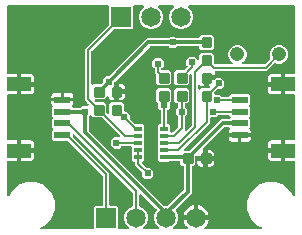
<source format=gbr>
G04 EAGLE Gerber RS-274X export*
G75*
%MOMM*%
%FSLAX34Y34*%
%LPD*%
%AMOC8*
5,1,8,0,0,1.08239X$1,22.5*%
G01*
%ADD10C,0.222250*%
%ADD11R,1.651000X1.651000*%
%ADD12C,1.651000*%
%ADD13R,1.350000X0.600000*%
%ADD14R,2.000000X1.200000*%
%ADD15C,1.208000*%
%ADD16R,0.700000X0.400000*%
%ADD17R,1.100000X2.450000*%
%ADD18C,0.609600*%
%ADD19C,0.203200*%
%ADD20C,0.304800*%

G36*
X157203Y5212D02*
X157203Y5212D01*
X157232Y5209D01*
X157343Y5232D01*
X157455Y5248D01*
X157482Y5260D01*
X157511Y5265D01*
X157611Y5318D01*
X157715Y5364D01*
X157737Y5383D01*
X157763Y5396D01*
X157845Y5474D01*
X157932Y5547D01*
X157948Y5572D01*
X157969Y5592D01*
X158026Y5690D01*
X158089Y5784D01*
X158098Y5812D01*
X158113Y5837D01*
X158141Y5947D01*
X158175Y6055D01*
X158176Y6085D01*
X158183Y6113D01*
X158179Y6226D01*
X158182Y6339D01*
X158175Y6368D01*
X158174Y6397D01*
X158139Y6505D01*
X158111Y6614D01*
X158096Y6640D01*
X158087Y6668D01*
X158041Y6732D01*
X157965Y6859D01*
X157920Y6902D01*
X157892Y6941D01*
X156865Y7967D01*
X155867Y9342D01*
X155095Y10856D01*
X154570Y12472D01*
X154491Y12969D01*
X164084Y12969D01*
X164142Y12977D01*
X164200Y12975D01*
X164282Y12997D01*
X164365Y13009D01*
X164419Y13033D01*
X164475Y13047D01*
X164548Y13090D01*
X164625Y13125D01*
X164669Y13163D01*
X164720Y13193D01*
X164777Y13254D01*
X164842Y13309D01*
X164874Y13357D01*
X164914Y13400D01*
X164953Y13475D01*
X164999Y13545D01*
X165017Y13601D01*
X165044Y13653D01*
X165055Y13721D01*
X165085Y13816D01*
X165088Y13916D01*
X165099Y13984D01*
X165099Y15001D01*
X165101Y15001D01*
X165101Y13984D01*
X165109Y13926D01*
X165108Y13868D01*
X165129Y13786D01*
X165141Y13703D01*
X165165Y13649D01*
X165179Y13593D01*
X165222Y13520D01*
X165257Y13443D01*
X165295Y13398D01*
X165325Y13348D01*
X165386Y13290D01*
X165441Y13226D01*
X165489Y13194D01*
X165532Y13154D01*
X165607Y13115D01*
X165677Y13069D01*
X165733Y13051D01*
X165785Y13024D01*
X165853Y13013D01*
X165948Y12983D01*
X166048Y12980D01*
X166116Y12969D01*
X175709Y12969D01*
X175630Y12472D01*
X175105Y10856D01*
X174333Y9342D01*
X173335Y7967D01*
X172308Y6941D01*
X172291Y6917D01*
X172268Y6898D01*
X172206Y6804D01*
X172137Y6714D01*
X172127Y6686D01*
X172111Y6662D01*
X172077Y6554D01*
X172036Y6448D01*
X172034Y6419D01*
X172025Y6391D01*
X172022Y6277D01*
X172013Y6165D01*
X172018Y6136D01*
X172018Y6107D01*
X172046Y5997D01*
X172069Y5886D01*
X172082Y5860D01*
X172089Y5832D01*
X172147Y5734D01*
X172200Y5634D01*
X172220Y5612D01*
X172235Y5587D01*
X172317Y5510D01*
X172395Y5428D01*
X172421Y5413D01*
X172442Y5393D01*
X172543Y5341D01*
X172641Y5284D01*
X172669Y5277D01*
X172695Y5263D01*
X172773Y5250D01*
X172916Y5214D01*
X172979Y5216D01*
X173026Y5208D01*
X219771Y5208D01*
X219856Y5220D01*
X219942Y5222D01*
X219996Y5240D01*
X220053Y5248D01*
X220131Y5283D01*
X220213Y5309D01*
X220260Y5341D01*
X220312Y5364D01*
X220377Y5419D01*
X220449Y5467D01*
X220485Y5511D01*
X220529Y5547D01*
X220577Y5619D01*
X220632Y5685D01*
X220655Y5737D01*
X220687Y5784D01*
X220712Y5866D01*
X220747Y5945D01*
X220755Y6001D01*
X220772Y6055D01*
X220774Y6141D01*
X220786Y6226D01*
X220778Y6282D01*
X220780Y6339D01*
X220758Y6422D01*
X220746Y6508D01*
X220722Y6559D01*
X220708Y6614D01*
X220664Y6688D01*
X220628Y6767D01*
X220592Y6810D01*
X220563Y6859D01*
X220500Y6918D01*
X220444Y6983D01*
X220402Y7009D01*
X220355Y7053D01*
X220226Y7119D01*
X220160Y7161D01*
X217225Y8376D01*
X211576Y14025D01*
X208519Y21406D01*
X208519Y29394D01*
X211576Y36775D01*
X217225Y42424D01*
X224606Y45481D01*
X232594Y45481D01*
X239975Y42424D01*
X245624Y36775D01*
X246839Y33840D01*
X246883Y33767D01*
X246918Y33688D01*
X246955Y33645D01*
X246984Y33596D01*
X247046Y33537D01*
X247102Y33471D01*
X247149Y33440D01*
X247190Y33400D01*
X247267Y33361D01*
X247338Y33313D01*
X247392Y33296D01*
X247443Y33270D01*
X247527Y33254D01*
X247609Y33228D01*
X247666Y33226D01*
X247722Y33215D01*
X247807Y33223D01*
X247893Y33220D01*
X247948Y33235D01*
X248005Y33240D01*
X248085Y33271D01*
X248168Y33292D01*
X248217Y33321D01*
X248270Y33342D01*
X248339Y33394D01*
X248413Y33437D01*
X248452Y33479D01*
X248497Y33513D01*
X248549Y33582D01*
X248607Y33645D01*
X248633Y33696D01*
X248667Y33741D01*
X248698Y33821D01*
X248737Y33898D01*
X248745Y33947D01*
X248768Y34007D01*
X248779Y34152D01*
X248792Y34229D01*
X248792Y62444D01*
X248784Y62502D01*
X248786Y62560D01*
X248764Y62642D01*
X248752Y62726D01*
X248729Y62779D01*
X248714Y62835D01*
X248671Y62908D01*
X248636Y62985D01*
X248598Y63030D01*
X248569Y63080D01*
X248507Y63138D01*
X248453Y63202D01*
X248404Y63234D01*
X248361Y63274D01*
X248286Y63313D01*
X248216Y63360D01*
X248160Y63377D01*
X248108Y63404D01*
X248040Y63415D01*
X247945Y63445D01*
X247845Y63448D01*
X247777Y63459D01*
X240781Y63459D01*
X240781Y70984D01*
X240773Y71042D01*
X240774Y71100D01*
X240753Y71182D01*
X240741Y71265D01*
X240717Y71319D01*
X240703Y71375D01*
X240660Y71448D01*
X240625Y71525D01*
X240587Y71569D01*
X240557Y71620D01*
X240496Y71677D01*
X240441Y71742D01*
X240393Y71774D01*
X240350Y71814D01*
X240275Y71853D01*
X240205Y71899D01*
X240149Y71917D01*
X240097Y71944D01*
X240029Y71955D01*
X239934Y71985D01*
X239834Y71988D01*
X239766Y71999D01*
X238749Y71999D01*
X238749Y72001D01*
X239766Y72001D01*
X239824Y72009D01*
X239882Y72008D01*
X239964Y72029D01*
X240047Y72041D01*
X240101Y72065D01*
X240157Y72079D01*
X240230Y72122D01*
X240307Y72157D01*
X240351Y72195D01*
X240402Y72225D01*
X240459Y72286D01*
X240524Y72341D01*
X240556Y72389D01*
X240596Y72432D01*
X240635Y72507D01*
X240681Y72577D01*
X240699Y72633D01*
X240726Y72685D01*
X240737Y72753D01*
X240767Y72848D01*
X240770Y72948D01*
X240781Y73016D01*
X240781Y80541D01*
X247777Y80541D01*
X247835Y80549D01*
X247893Y80547D01*
X247975Y80569D01*
X248059Y80581D01*
X248112Y80604D01*
X248168Y80619D01*
X248241Y80662D01*
X248318Y80697D01*
X248363Y80735D01*
X248413Y80764D01*
X248471Y80826D01*
X248535Y80880D01*
X248567Y80929D01*
X248607Y80972D01*
X248646Y81047D01*
X248693Y81117D01*
X248710Y81173D01*
X248737Y81225D01*
X248748Y81293D01*
X248778Y81388D01*
X248781Y81488D01*
X248792Y81556D01*
X248792Y118444D01*
X248784Y118502D01*
X248786Y118560D01*
X248764Y118642D01*
X248752Y118726D01*
X248729Y118779D01*
X248714Y118835D01*
X248671Y118908D01*
X248636Y118985D01*
X248598Y119030D01*
X248569Y119080D01*
X248507Y119138D01*
X248453Y119202D01*
X248404Y119234D01*
X248361Y119274D01*
X248286Y119313D01*
X248216Y119360D01*
X248160Y119377D01*
X248108Y119404D01*
X248040Y119415D01*
X247945Y119445D01*
X247845Y119448D01*
X247777Y119459D01*
X240781Y119459D01*
X240781Y126984D01*
X240773Y127042D01*
X240774Y127100D01*
X240753Y127182D01*
X240741Y127265D01*
X240717Y127319D01*
X240703Y127375D01*
X240660Y127448D01*
X240625Y127525D01*
X240587Y127569D01*
X240557Y127620D01*
X240496Y127677D01*
X240441Y127742D01*
X240393Y127774D01*
X240350Y127814D01*
X240275Y127853D01*
X240205Y127899D01*
X240149Y127917D01*
X240097Y127944D01*
X240029Y127955D01*
X239934Y127985D01*
X239834Y127988D01*
X239766Y127999D01*
X238749Y127999D01*
X238749Y128001D01*
X239766Y128001D01*
X239824Y128009D01*
X239882Y128008D01*
X239964Y128029D01*
X240047Y128041D01*
X240101Y128065D01*
X240157Y128079D01*
X240230Y128122D01*
X240307Y128157D01*
X240351Y128195D01*
X240402Y128225D01*
X240459Y128286D01*
X240524Y128341D01*
X240556Y128389D01*
X240596Y128432D01*
X240635Y128507D01*
X240681Y128577D01*
X240699Y128633D01*
X240726Y128685D01*
X240737Y128753D01*
X240767Y128848D01*
X240770Y128948D01*
X240781Y129016D01*
X240781Y136541D01*
X247777Y136541D01*
X247835Y136549D01*
X247893Y136547D01*
X247975Y136569D01*
X248059Y136581D01*
X248112Y136604D01*
X248168Y136619D01*
X248241Y136662D01*
X248318Y136697D01*
X248363Y136735D01*
X248413Y136764D01*
X248471Y136826D01*
X248535Y136880D01*
X248567Y136929D01*
X248607Y136972D01*
X248646Y137047D01*
X248693Y137117D01*
X248710Y137173D01*
X248737Y137225D01*
X248748Y137293D01*
X248778Y137388D01*
X248781Y137488D01*
X248792Y137556D01*
X248792Y193777D01*
X248784Y193835D01*
X248786Y193893D01*
X248764Y193975D01*
X248752Y194059D01*
X248729Y194112D01*
X248714Y194168D01*
X248671Y194241D01*
X248636Y194318D01*
X248598Y194363D01*
X248569Y194413D01*
X248507Y194471D01*
X248453Y194535D01*
X248404Y194567D01*
X248361Y194607D01*
X248286Y194646D01*
X248216Y194693D01*
X248160Y194710D01*
X248108Y194737D01*
X248040Y194748D01*
X247945Y194778D01*
X247845Y194781D01*
X247777Y194792D01*
X159249Y194792D01*
X159220Y194788D01*
X159190Y194791D01*
X159079Y194768D01*
X158967Y194752D01*
X158940Y194740D01*
X158912Y194735D01*
X158811Y194682D01*
X158708Y194636D01*
X158685Y194617D01*
X158659Y194604D01*
X158577Y194526D01*
X158491Y194453D01*
X158474Y194428D01*
X158453Y194408D01*
X158396Y194310D01*
X158333Y194216D01*
X158324Y194188D01*
X158309Y194163D01*
X158282Y194053D01*
X158247Y193945D01*
X158247Y193915D01*
X158239Y193887D01*
X158243Y193774D01*
X158240Y193661D01*
X158247Y193632D01*
X158248Y193603D01*
X158283Y193495D01*
X158312Y193386D01*
X158327Y193360D01*
X158336Y193332D01*
X158381Y193269D01*
X158457Y193141D01*
X158503Y193098D01*
X158531Y193059D01*
X160906Y190684D01*
X162434Y186996D01*
X162434Y183004D01*
X160906Y179316D01*
X158084Y176494D01*
X154396Y174966D01*
X150404Y174966D01*
X146716Y176494D01*
X143894Y179316D01*
X142366Y183004D01*
X142366Y186996D01*
X143894Y190684D01*
X146269Y193059D01*
X146287Y193083D01*
X146309Y193102D01*
X146372Y193196D01*
X146440Y193286D01*
X146451Y193314D01*
X146467Y193338D01*
X146501Y193446D01*
X146541Y193552D01*
X146544Y193581D01*
X146553Y193609D01*
X146556Y193723D01*
X146565Y193835D01*
X146559Y193864D01*
X146560Y193893D01*
X146531Y194003D01*
X146509Y194114D01*
X146496Y194140D01*
X146488Y194168D01*
X146430Y194266D01*
X146378Y194366D01*
X146358Y194388D01*
X146343Y194413D01*
X146260Y194490D01*
X146182Y194572D01*
X146157Y194587D01*
X146136Y194607D01*
X146035Y194659D01*
X145937Y194716D01*
X145909Y194723D01*
X145882Y194737D01*
X145805Y194750D01*
X145662Y194786D01*
X145599Y194784D01*
X145551Y194792D01*
X133849Y194792D01*
X133820Y194788D01*
X133790Y194791D01*
X133679Y194768D01*
X133567Y194752D01*
X133540Y194740D01*
X133512Y194735D01*
X133411Y194682D01*
X133308Y194636D01*
X133285Y194617D01*
X133259Y194604D01*
X133177Y194526D01*
X133091Y194453D01*
X133074Y194428D01*
X133053Y194408D01*
X132996Y194310D01*
X132933Y194216D01*
X132924Y194188D01*
X132909Y194163D01*
X132882Y194053D01*
X132847Y193945D01*
X132847Y193915D01*
X132839Y193887D01*
X132843Y193774D01*
X132840Y193661D01*
X132847Y193632D01*
X132848Y193603D01*
X132883Y193495D01*
X132912Y193386D01*
X132927Y193360D01*
X132936Y193332D01*
X132981Y193269D01*
X133057Y193141D01*
X133103Y193098D01*
X133131Y193059D01*
X135506Y190684D01*
X137034Y186996D01*
X137034Y183004D01*
X135506Y179316D01*
X132684Y176494D01*
X128996Y174966D01*
X125004Y174966D01*
X121316Y176494D01*
X118494Y179316D01*
X116966Y183004D01*
X116966Y186996D01*
X118494Y190684D01*
X120869Y193059D01*
X120887Y193083D01*
X120909Y193102D01*
X120972Y193196D01*
X121040Y193286D01*
X121051Y193314D01*
X121067Y193338D01*
X121101Y193446D01*
X121141Y193552D01*
X121144Y193581D01*
X121153Y193609D01*
X121156Y193723D01*
X121165Y193835D01*
X121159Y193864D01*
X121160Y193893D01*
X121131Y194003D01*
X121109Y194114D01*
X121096Y194140D01*
X121088Y194168D01*
X121030Y194266D01*
X120978Y194366D01*
X120958Y194388D01*
X120943Y194413D01*
X120860Y194490D01*
X120782Y194572D01*
X120757Y194587D01*
X120736Y194607D01*
X120635Y194659D01*
X120537Y194716D01*
X120509Y194723D01*
X120482Y194737D01*
X120405Y194750D01*
X120262Y194786D01*
X120199Y194784D01*
X120151Y194792D01*
X112649Y194792D01*
X112591Y194784D01*
X112533Y194786D01*
X112451Y194764D01*
X112367Y194752D01*
X112314Y194729D01*
X112258Y194714D01*
X112185Y194671D01*
X112108Y194636D01*
X112063Y194598D01*
X112013Y194569D01*
X111955Y194507D01*
X111891Y194453D01*
X111859Y194404D01*
X111819Y194361D01*
X111780Y194286D01*
X111733Y194216D01*
X111716Y194160D01*
X111689Y194108D01*
X111678Y194040D01*
X111648Y193945D01*
X111645Y193845D01*
X111634Y193777D01*
X111634Y176008D01*
X110592Y174966D01*
X95939Y174966D01*
X95853Y174954D01*
X95765Y174951D01*
X95712Y174934D01*
X95658Y174926D01*
X95578Y174891D01*
X95495Y174864D01*
X95455Y174836D01*
X95398Y174810D01*
X95285Y174714D01*
X95221Y174669D01*
X76752Y156200D01*
X76700Y156130D01*
X76640Y156066D01*
X76614Y156017D01*
X76581Y155973D01*
X76556Y155905D01*
X76554Y155904D01*
X76552Y155896D01*
X76550Y155891D01*
X76510Y155813D01*
X76502Y155765D01*
X76480Y155707D01*
X76476Y155654D01*
X76469Y155633D01*
X76467Y155553D01*
X76455Y155482D01*
X76455Y128588D01*
X76459Y128559D01*
X76456Y128530D01*
X76479Y128419D01*
X76495Y128307D01*
X76507Y128280D01*
X76512Y128251D01*
X76565Y128151D01*
X76611Y128047D01*
X76630Y128025D01*
X76643Y127999D01*
X76721Y127917D01*
X76794Y127830D01*
X76819Y127814D01*
X76839Y127793D01*
X76937Y127736D01*
X77031Y127673D01*
X77059Y127664D01*
X77084Y127649D01*
X77194Y127621D01*
X77302Y127587D01*
X77331Y127586D01*
X77360Y127579D01*
X77473Y127583D01*
X77586Y127580D01*
X77615Y127587D01*
X77644Y127588D01*
X77752Y127623D01*
X77861Y127652D01*
X77887Y127666D01*
X77915Y127676D01*
X77979Y127721D01*
X78106Y127797D01*
X78149Y127842D01*
X78188Y127870D01*
X78273Y127956D01*
X83936Y127956D01*
X84023Y127968D01*
X84111Y127971D01*
X84163Y127988D01*
X84218Y127996D01*
X84298Y128031D01*
X84381Y128058D01*
X84420Y128086D01*
X84477Y128112D01*
X84590Y128208D01*
X84654Y128253D01*
X85863Y129462D01*
X85915Y129532D01*
X85975Y129595D01*
X86001Y129645D01*
X86034Y129689D01*
X86065Y129771D01*
X86105Y129848D01*
X86113Y129896D01*
X86135Y129955D01*
X86147Y130102D01*
X86160Y130180D01*
X86160Y131992D01*
X88988Y134820D01*
X90722Y134820D01*
X90809Y134832D01*
X90896Y134835D01*
X90949Y134852D01*
X91004Y134860D01*
X91084Y134895D01*
X91167Y134922D01*
X91206Y134950D01*
X91263Y134976D01*
X91377Y135072D01*
X91440Y135117D01*
X91842Y135519D01*
X91880Y135546D01*
X91937Y135572D01*
X92051Y135668D01*
X92114Y135713D01*
X123280Y166879D01*
X141344Y166879D01*
X141431Y166891D01*
X141518Y166894D01*
X141571Y166911D01*
X141626Y166919D01*
X141705Y166954D01*
X141789Y166981D01*
X141828Y167009D01*
X141885Y167035D01*
X141998Y167131D01*
X142062Y167176D01*
X143289Y168403D01*
X147287Y168403D01*
X148514Y167176D01*
X148584Y167124D01*
X148648Y167064D01*
X148697Y167038D01*
X148741Y167005D01*
X148823Y166974D01*
X148901Y166934D01*
X148948Y166926D01*
X149007Y166904D01*
X149154Y166892D01*
X149232Y166879D01*
X166751Y166879D01*
X166809Y166887D01*
X166867Y166885D01*
X166949Y166907D01*
X167033Y166919D01*
X167086Y166942D01*
X167142Y166957D01*
X167215Y167000D01*
X167292Y167035D01*
X167337Y167073D01*
X167387Y167102D01*
X167445Y167164D01*
X167509Y167218D01*
X167541Y167267D01*
X167581Y167310D01*
X167620Y167385D01*
X167667Y167455D01*
X167684Y167511D01*
X167711Y167563D01*
X167722Y167631D01*
X167752Y167726D01*
X167755Y167826D01*
X167766Y167894D01*
X167766Y168107D01*
X169459Y169800D01*
X178521Y169800D01*
X180214Y168107D01*
X180214Y159045D01*
X178521Y157352D01*
X169459Y157352D01*
X167766Y159045D01*
X167766Y159258D01*
X167758Y159316D01*
X167760Y159374D01*
X167738Y159456D01*
X167726Y159540D01*
X167703Y159593D01*
X167688Y159649D01*
X167645Y159722D01*
X167610Y159799D01*
X167572Y159844D01*
X167543Y159894D01*
X167481Y159952D01*
X167427Y160016D01*
X167378Y160048D01*
X167335Y160088D01*
X167260Y160127D01*
X167190Y160174D01*
X167134Y160191D01*
X167082Y160218D01*
X167014Y160229D01*
X166919Y160259D01*
X166819Y160262D01*
X166751Y160273D01*
X149232Y160273D01*
X149145Y160261D01*
X149058Y160258D01*
X149005Y160241D01*
X148950Y160233D01*
X148871Y160198D01*
X148787Y160171D01*
X148748Y160143D01*
X148691Y160117D01*
X148578Y160021D01*
X148514Y159976D01*
X147287Y158749D01*
X143289Y158749D01*
X142062Y159976D01*
X141992Y160028D01*
X141928Y160088D01*
X141879Y160114D01*
X141835Y160147D01*
X141753Y160178D01*
X141675Y160218D01*
X141628Y160226D01*
X141569Y160248D01*
X141422Y160260D01*
X141344Y160273D01*
X126437Y160273D01*
X126350Y160261D01*
X126263Y160258D01*
X126210Y160241D01*
X126155Y160233D01*
X126075Y160198D01*
X125992Y160171D01*
X125953Y160143D01*
X125896Y160117D01*
X125782Y160021D01*
X125719Y159976D01*
X96111Y130368D01*
X96059Y130299D01*
X95999Y130235D01*
X95973Y130185D01*
X95940Y130141D01*
X95909Y130059D01*
X95869Y129981D01*
X95861Y129934D01*
X95839Y129875D01*
X95827Y129728D01*
X95814Y129650D01*
X95814Y127846D01*
X95806Y127802D01*
X95784Y127743D01*
X95772Y127596D01*
X95759Y127518D01*
X95759Y122748D01*
X95767Y122690D01*
X95765Y122632D01*
X95787Y122550D01*
X95799Y122467D01*
X95823Y122413D01*
X95837Y122357D01*
X95880Y122284D01*
X95915Y122207D01*
X95953Y122163D01*
X95983Y122112D01*
X96044Y122055D01*
X96099Y121990D01*
X96147Y121958D01*
X96190Y121918D01*
X96265Y121879D01*
X96335Y121833D01*
X96391Y121815D01*
X96443Y121788D01*
X96511Y121777D01*
X96606Y121747D01*
X96706Y121744D01*
X96774Y121733D01*
X97791Y121733D01*
X97791Y121731D01*
X96774Y121731D01*
X96716Y121723D01*
X96658Y121724D01*
X96576Y121703D01*
X96493Y121691D01*
X96439Y121667D01*
X96383Y121653D01*
X96310Y121610D01*
X96233Y121575D01*
X96188Y121537D01*
X96138Y121507D01*
X96080Y121446D01*
X96016Y121391D01*
X95984Y121343D01*
X95944Y121300D01*
X95905Y121225D01*
X95859Y121155D01*
X95841Y121099D01*
X95814Y121047D01*
X95803Y120979D01*
X95773Y120884D01*
X95770Y120784D01*
X95759Y120716D01*
X95759Y114746D01*
X93975Y114746D01*
X93047Y114995D01*
X92214Y115476D01*
X91534Y116156D01*
X91053Y116989D01*
X91024Y117099D01*
X91020Y117108D01*
X91018Y117118D01*
X90964Y117238D01*
X90912Y117360D01*
X90906Y117368D01*
X90902Y117377D01*
X90816Y117478D01*
X90733Y117581D01*
X90725Y117586D01*
X90718Y117594D01*
X90608Y117668D01*
X90499Y117743D01*
X90490Y117746D01*
X90482Y117752D01*
X90355Y117792D01*
X90230Y117834D01*
X90220Y117834D01*
X90211Y117837D01*
X90079Y117841D01*
X89946Y117847D01*
X89936Y117844D01*
X89927Y117845D01*
X89799Y117811D01*
X89670Y117780D01*
X89661Y117775D01*
X89652Y117773D01*
X89539Y117706D01*
X89423Y117640D01*
X89416Y117633D01*
X89407Y117628D01*
X89317Y117531D01*
X89224Y117436D01*
X89219Y117427D01*
X89213Y117420D01*
X89177Y117350D01*
X87335Y115508D01*
X80191Y115508D01*
X80162Y115504D01*
X80133Y115507D01*
X80022Y115484D01*
X79910Y115468D01*
X79883Y115456D01*
X79854Y115451D01*
X79753Y115398D01*
X79650Y115352D01*
X79628Y115333D01*
X79602Y115320D01*
X79520Y115242D01*
X79433Y115169D01*
X79417Y115144D01*
X79396Y115124D01*
X79338Y115026D01*
X79276Y114932D01*
X79267Y114904D01*
X79252Y114879D01*
X79224Y114769D01*
X79190Y114661D01*
X79189Y114631D01*
X79182Y114603D01*
X79185Y114490D01*
X79183Y114377D01*
X79190Y114348D01*
X79191Y114319D01*
X79226Y114211D01*
X79254Y114102D01*
X79269Y114076D01*
X79278Y114048D01*
X79324Y113984D01*
X79400Y113857D01*
X79445Y113814D01*
X79473Y113775D01*
X80235Y113013D01*
X80305Y112960D01*
X80369Y112901D01*
X80418Y112875D01*
X80462Y112842D01*
X80544Y112811D01*
X80622Y112771D01*
X80670Y112763D01*
X80728Y112741D01*
X80876Y112729D01*
X80953Y112716D01*
X87335Y112716D01*
X89028Y111023D01*
X89028Y104641D01*
X89035Y104593D01*
X89034Y104586D01*
X89037Y104576D01*
X89040Y104555D01*
X89043Y104467D01*
X89060Y104414D01*
X89068Y104360D01*
X89103Y104280D01*
X89130Y104197D01*
X89158Y104157D01*
X89184Y104100D01*
X89280Y103987D01*
X89325Y103923D01*
X89833Y103415D01*
X89857Y103398D01*
X89876Y103375D01*
X89970Y103312D01*
X90060Y103244D01*
X90088Y103234D01*
X90112Y103218D01*
X90220Y103183D01*
X90326Y103143D01*
X90355Y103141D01*
X90383Y103132D01*
X90496Y103129D01*
X90609Y103120D01*
X90638Y103125D01*
X90667Y103125D01*
X90777Y103153D01*
X90888Y103175D01*
X90914Y103189D01*
X90942Y103196D01*
X91040Y103254D01*
X91140Y103306D01*
X91162Y103327D01*
X91187Y103342D01*
X91264Y103424D01*
X91346Y103502D01*
X91361Y103527D01*
X91381Y103549D01*
X91433Y103650D01*
X91490Y103747D01*
X91497Y103776D01*
X91511Y103802D01*
X91524Y103879D01*
X91560Y104023D01*
X91558Y104085D01*
X91566Y104133D01*
X91566Y111023D01*
X93259Y112716D01*
X102321Y112716D01*
X104014Y111023D01*
X104014Y105951D01*
X104022Y105893D01*
X104020Y105835D01*
X104042Y105753D01*
X104054Y105669D01*
X104077Y105616D01*
X104092Y105560D01*
X104135Y105487D01*
X104170Y105410D01*
X104208Y105365D01*
X104237Y105315D01*
X104299Y105257D01*
X104353Y105193D01*
X104402Y105161D01*
X104445Y105121D01*
X104520Y105082D01*
X104590Y105035D01*
X104646Y105018D01*
X104698Y104991D01*
X104766Y104980D01*
X104861Y104950D01*
X104961Y104947D01*
X105029Y104936D01*
X106172Y104936D01*
X109000Y102108D01*
X109000Y99655D01*
X109012Y99569D01*
X109015Y99481D01*
X109032Y99428D01*
X109040Y99374D01*
X109075Y99294D01*
X109102Y99211D01*
X109130Y99171D01*
X109156Y99114D01*
X109233Y99023D01*
X109253Y98990D01*
X109273Y98971D01*
X109297Y98937D01*
X113758Y94476D01*
X113828Y94424D01*
X113892Y94364D01*
X113941Y94338D01*
X113985Y94305D01*
X114067Y94274D01*
X114145Y94234D01*
X114193Y94226D01*
X114251Y94204D01*
X114399Y94192D01*
X114476Y94179D01*
X120237Y94179D01*
X121279Y93137D01*
X121279Y63663D01*
X120126Y62510D01*
X120025Y62465D01*
X120003Y62446D01*
X119977Y62433D01*
X119895Y62355D01*
X119808Y62282D01*
X119792Y62257D01*
X119771Y62237D01*
X119713Y62139D01*
X119651Y62045D01*
X119642Y62017D01*
X119627Y61992D01*
X119599Y61882D01*
X119565Y61774D01*
X119564Y61744D01*
X119557Y61716D01*
X119560Y61603D01*
X119558Y61490D01*
X119565Y61461D01*
X119566Y61432D01*
X119601Y61324D01*
X119629Y61215D01*
X119644Y61189D01*
X119653Y61161D01*
X119699Y61098D01*
X119775Y60970D01*
X119820Y60927D01*
X119848Y60888D01*
X123034Y57702D01*
X123104Y57650D01*
X123168Y57590D01*
X123217Y57564D01*
X123261Y57531D01*
X123343Y57500D01*
X123421Y57460D01*
X123469Y57452D01*
X123527Y57430D01*
X123675Y57418D01*
X123752Y57405D01*
X126205Y57405D01*
X129033Y54577D01*
X129033Y50579D01*
X126205Y47751D01*
X122207Y47751D01*
X119379Y50579D01*
X119379Y53032D01*
X119367Y53118D01*
X119364Y53206D01*
X119347Y53259D01*
X119339Y53313D01*
X119304Y53393D01*
X119277Y53476D01*
X119249Y53516D01*
X119223Y53573D01*
X119127Y53686D01*
X119082Y53750D01*
X113205Y59626D01*
X113205Y61606D01*
X113197Y61664D01*
X113199Y61722D01*
X113177Y61804D01*
X113165Y61888D01*
X113142Y61941D01*
X113127Y61997D01*
X113084Y62070D01*
X113049Y62147D01*
X113011Y62192D01*
X112982Y62242D01*
X112920Y62300D01*
X112866Y62364D01*
X112817Y62396D01*
X112774Y62436D01*
X112699Y62475D01*
X112629Y62522D01*
X112573Y62539D01*
X112521Y62566D01*
X112453Y62577D01*
X112358Y62607D01*
X112258Y62610D01*
X112190Y62621D01*
X111763Y62621D01*
X110721Y63663D01*
X110721Y74590D01*
X110713Y74648D01*
X110715Y74706D01*
X110693Y74788D01*
X110681Y74872D01*
X110658Y74925D01*
X110643Y74981D01*
X110600Y75054D01*
X110565Y75131D01*
X110527Y75176D01*
X110498Y75226D01*
X110436Y75284D01*
X110382Y75348D01*
X110333Y75380D01*
X110290Y75420D01*
X110215Y75459D01*
X110145Y75506D01*
X110089Y75523D01*
X110037Y75550D01*
X109969Y75561D01*
X109874Y75591D01*
X109774Y75594D01*
X109706Y75605D01*
X101902Y75605D01*
X101815Y75593D01*
X101728Y75590D01*
X101675Y75573D01*
X101620Y75565D01*
X101540Y75530D01*
X101457Y75503D01*
X101418Y75475D01*
X101361Y75449D01*
X101248Y75353D01*
X101184Y75308D01*
X99535Y73659D01*
X95537Y73659D01*
X92709Y76487D01*
X92709Y80485D01*
X95537Y83313D01*
X99580Y83313D01*
X99609Y83317D01*
X99638Y83314D01*
X99749Y83337D01*
X99861Y83353D01*
X99888Y83365D01*
X99917Y83370D01*
X100017Y83422D01*
X100121Y83469D01*
X100143Y83488D01*
X100169Y83501D01*
X100251Y83579D01*
X100338Y83652D01*
X100354Y83677D01*
X100375Y83697D01*
X100433Y83795D01*
X100495Y83889D01*
X100504Y83917D01*
X100519Y83942D01*
X100547Y84052D01*
X100581Y84160D01*
X100582Y84190D01*
X100589Y84218D01*
X100586Y84331D01*
X100588Y84444D01*
X100581Y84473D01*
X100580Y84502D01*
X100545Y84610D01*
X100517Y84719D01*
X100502Y84745D01*
X100493Y84773D01*
X100447Y84836D01*
X100371Y84964D01*
X100326Y85007D01*
X100298Y85046D01*
X85373Y99971D01*
X85303Y100023D01*
X85239Y100083D01*
X85190Y100109D01*
X85146Y100142D01*
X85064Y100173D01*
X84986Y100213D01*
X84938Y100221D01*
X84880Y100243D01*
X84732Y100255D01*
X84655Y100268D01*
X78273Y100268D01*
X76384Y102158D01*
X76337Y102193D01*
X76297Y102235D01*
X76224Y102278D01*
X76156Y102329D01*
X76102Y102350D01*
X76051Y102379D01*
X75970Y102400D01*
X75891Y102430D01*
X75832Y102435D01*
X75776Y102449D01*
X75692Y102447D01*
X75607Y102454D01*
X75550Y102442D01*
X75492Y102440D01*
X75411Y102414D01*
X75329Y102398D01*
X75277Y102371D01*
X75221Y102353D01*
X75165Y102313D01*
X75076Y102267D01*
X75004Y102198D01*
X74948Y102158D01*
X74368Y101578D01*
X74315Y101508D01*
X74256Y101444D01*
X74230Y101395D01*
X74197Y101351D01*
X74166Y101269D01*
X74126Y101191D01*
X74118Y101144D01*
X74096Y101085D01*
X74084Y100938D01*
X74071Y100860D01*
X74071Y89517D01*
X74083Y89430D01*
X74086Y89343D01*
X74103Y89290D01*
X74111Y89235D01*
X74146Y89155D01*
X74173Y89072D01*
X74201Y89033D01*
X74227Y88976D01*
X74323Y88862D01*
X74324Y88861D01*
X74338Y88838D01*
X74346Y88830D01*
X74368Y88799D01*
X137836Y25331D01*
X137905Y25279D01*
X137969Y25219D01*
X138019Y25193D01*
X138063Y25160D01*
X138145Y25129D01*
X138223Y25089D01*
X138270Y25081D01*
X138329Y25059D01*
X138476Y25047D01*
X138554Y25034D01*
X140846Y25034D01*
X140933Y25046D01*
X141020Y25049D01*
X141073Y25066D01*
X141128Y25074D01*
X141208Y25109D01*
X141291Y25136D01*
X141330Y25164D01*
X141387Y25190D01*
X141501Y25286D01*
X141564Y25331D01*
X154388Y38155D01*
X154440Y38224D01*
X154500Y38288D01*
X154526Y38338D01*
X154559Y38382D01*
X154590Y38464D01*
X154630Y38542D01*
X154638Y38589D01*
X154660Y38648D01*
X154672Y38795D01*
X154685Y38873D01*
X154685Y58105D01*
X154677Y58163D01*
X154679Y58221D01*
X154657Y58303D01*
X154645Y58387D01*
X154622Y58440D01*
X154607Y58496D01*
X154564Y58569D01*
X154529Y58646D01*
X154491Y58691D01*
X154462Y58741D01*
X154400Y58799D01*
X154346Y58863D01*
X154297Y58895D01*
X154254Y58935D01*
X154179Y58974D01*
X154109Y59021D01*
X154053Y59038D01*
X154001Y59065D01*
X153933Y59076D01*
X153838Y59106D01*
X153738Y59109D01*
X153670Y59120D01*
X153457Y59120D01*
X151764Y60813D01*
X151764Y62082D01*
X151757Y62137D01*
X151758Y62178D01*
X151757Y62180D01*
X151758Y62198D01*
X151736Y62280D01*
X151724Y62364D01*
X151701Y62417D01*
X151686Y62473D01*
X151643Y62546D01*
X151608Y62623D01*
X151570Y62668D01*
X151541Y62718D01*
X151479Y62776D01*
X151425Y62840D01*
X151376Y62872D01*
X151333Y62912D01*
X151258Y62951D01*
X151188Y62998D01*
X151132Y63015D01*
X151080Y63042D01*
X151012Y63053D01*
X150917Y63083D01*
X150817Y63086D01*
X150749Y63097D01*
X143133Y63097D01*
X143047Y63085D01*
X142959Y63082D01*
X142907Y63065D01*
X142852Y63057D01*
X142772Y63022D01*
X142689Y62995D01*
X142650Y62967D01*
X142592Y62941D01*
X142479Y62845D01*
X142415Y62800D01*
X142237Y62621D01*
X133763Y62621D01*
X132721Y63663D01*
X132721Y93137D01*
X133763Y94179D01*
X134190Y94179D01*
X134248Y94187D01*
X134306Y94185D01*
X134388Y94207D01*
X134472Y94219D01*
X134525Y94242D01*
X134581Y94257D01*
X134654Y94300D01*
X134731Y94335D01*
X134776Y94373D01*
X134826Y94402D01*
X134884Y94464D01*
X134948Y94518D01*
X134980Y94567D01*
X135020Y94610D01*
X135059Y94685D01*
X135106Y94755D01*
X135123Y94811D01*
X135150Y94863D01*
X135161Y94931D01*
X135191Y95026D01*
X135194Y95126D01*
X135205Y95194D01*
X135205Y105784D01*
X135199Y105832D01*
X135199Y105834D01*
X135198Y105837D01*
X135193Y105871D01*
X135190Y105958D01*
X135173Y106011D01*
X135165Y106066D01*
X135130Y106145D01*
X135103Y106229D01*
X135075Y106268D01*
X135049Y106325D01*
X134953Y106438D01*
X134908Y106502D01*
X133173Y108237D01*
X133173Y111750D01*
X133161Y111836D01*
X133158Y111924D01*
X133141Y111976D01*
X133133Y112031D01*
X133098Y112111D01*
X133071Y112194D01*
X133043Y112233D01*
X133017Y112291D01*
X132921Y112404D01*
X132876Y112468D01*
X131444Y113899D01*
X131444Y122961D01*
X133137Y124654D01*
X142199Y124654D01*
X143892Y122961D01*
X143892Y113899D01*
X143124Y113132D01*
X143072Y113062D01*
X143012Y112998D01*
X142986Y112948D01*
X142953Y112904D01*
X142922Y112823D01*
X142882Y112745D01*
X142874Y112697D01*
X142852Y112639D01*
X142840Y112491D01*
X142827Y112414D01*
X142827Y108237D01*
X141092Y106502D01*
X141040Y106432D01*
X140980Y106368D01*
X140954Y106319D01*
X140921Y106275D01*
X140890Y106193D01*
X140850Y106115D01*
X140842Y106068D01*
X140820Y106009D01*
X140810Y105890D01*
X140809Y105885D01*
X140808Y105868D01*
X140808Y105862D01*
X140795Y105784D01*
X140795Y95194D01*
X140803Y95136D01*
X140801Y95078D01*
X140823Y94996D01*
X140835Y94912D01*
X140858Y94859D01*
X140873Y94803D01*
X140916Y94730D01*
X140951Y94653D01*
X140989Y94608D01*
X141018Y94558D01*
X141080Y94500D01*
X141134Y94436D01*
X141183Y94404D01*
X141226Y94364D01*
X141301Y94325D01*
X141371Y94278D01*
X141427Y94261D01*
X141479Y94234D01*
X141547Y94223D01*
X141642Y94193D01*
X141742Y94190D01*
X141810Y94179D01*
X142237Y94179D01*
X143279Y93137D01*
X143279Y88210D01*
X143287Y88152D01*
X143285Y88094D01*
X143307Y88012D01*
X143319Y87928D01*
X143342Y87875D01*
X143357Y87819D01*
X143400Y87746D01*
X143435Y87669D01*
X143473Y87624D01*
X143502Y87574D01*
X143564Y87516D01*
X143618Y87452D01*
X143667Y87420D01*
X143710Y87380D01*
X143785Y87341D01*
X143855Y87294D01*
X143911Y87277D01*
X143963Y87250D01*
X144031Y87239D01*
X144126Y87209D01*
X144226Y87206D01*
X144294Y87195D01*
X144544Y87195D01*
X144630Y87207D01*
X144718Y87210D01*
X144771Y87227D01*
X144825Y87235D01*
X144905Y87270D01*
X144988Y87297D01*
X145028Y87325D01*
X145085Y87351D01*
X145198Y87447D01*
X145262Y87492D01*
X149816Y92046D01*
X149868Y92116D01*
X149928Y92180D01*
X149954Y92229D01*
X149987Y92273D01*
X150018Y92355D01*
X150058Y92433D01*
X150066Y92481D01*
X150088Y92539D01*
X150100Y92687D01*
X150113Y92764D01*
X150113Y100450D01*
X150101Y100537D01*
X150098Y100624D01*
X150081Y100677D01*
X150073Y100732D01*
X150038Y100811D01*
X150011Y100895D01*
X149983Y100934D01*
X149957Y100991D01*
X149861Y101104D01*
X149816Y101168D01*
X148081Y102903D01*
X148081Y106901D01*
X149816Y108636D01*
X149868Y108706D01*
X149928Y108770D01*
X149954Y108819D01*
X149987Y108863D01*
X150018Y108945D01*
X150058Y109023D01*
X150066Y109070D01*
X150088Y109129D01*
X150100Y109276D01*
X150113Y109354D01*
X150113Y111191D01*
X150105Y111249D01*
X150107Y111307D01*
X150085Y111389D01*
X150073Y111473D01*
X150050Y111526D01*
X150035Y111582D01*
X149992Y111655D01*
X149957Y111732D01*
X149919Y111777D01*
X149890Y111827D01*
X149828Y111885D01*
X149774Y111949D01*
X149725Y111981D01*
X149682Y112021D01*
X149607Y112060D01*
X149537Y112107D01*
X149481Y112124D01*
X149429Y112151D01*
X149361Y112162D01*
X149266Y112192D01*
X149166Y112195D01*
X149098Y112206D01*
X148377Y112206D01*
X146684Y113899D01*
X146684Y122961D01*
X148377Y124654D01*
X157439Y124654D01*
X159132Y122961D01*
X159132Y113899D01*
X157439Y112206D01*
X156718Y112206D01*
X156660Y112198D01*
X156602Y112200D01*
X156520Y112178D01*
X156436Y112166D01*
X156383Y112143D01*
X156327Y112128D01*
X156254Y112085D01*
X156177Y112050D01*
X156132Y112012D01*
X156082Y111983D01*
X156024Y111921D01*
X155960Y111867D01*
X155928Y111818D01*
X155888Y111775D01*
X155849Y111700D01*
X155802Y111630D01*
X155785Y111574D01*
X155758Y111522D01*
X155747Y111454D01*
X155717Y111359D01*
X155714Y111259D01*
X155703Y111191D01*
X155703Y109354D01*
X155715Y109267D01*
X155718Y109180D01*
X155735Y109127D01*
X155743Y109072D01*
X155778Y108993D01*
X155805Y108909D01*
X155833Y108870D01*
X155859Y108813D01*
X155955Y108700D01*
X156000Y108636D01*
X157735Y106901D01*
X157735Y102903D01*
X156000Y101168D01*
X155948Y101098D01*
X155888Y101034D01*
X155862Y100985D01*
X155829Y100941D01*
X155798Y100859D01*
X155758Y100781D01*
X155750Y100734D01*
X155728Y100675D01*
X155716Y100528D01*
X155703Y100450D01*
X155703Y89716D01*
X155707Y89687D01*
X155704Y89658D01*
X155727Y89547D01*
X155743Y89435D01*
X155755Y89408D01*
X155760Y89379D01*
X155812Y89279D01*
X155859Y89175D01*
X155878Y89153D01*
X155891Y89127D01*
X155969Y89045D01*
X156042Y88958D01*
X156067Y88942D01*
X156087Y88921D01*
X156185Y88863D01*
X156279Y88801D01*
X156307Y88792D01*
X156332Y88777D01*
X156442Y88749D01*
X156550Y88715D01*
X156580Y88714D01*
X156608Y88707D01*
X156721Y88710D01*
X156834Y88708D01*
X156863Y88715D01*
X156892Y88716D01*
X157000Y88751D01*
X157109Y88779D01*
X157135Y88794D01*
X157163Y88803D01*
X157226Y88849D01*
X157354Y88925D01*
X157397Y88970D01*
X157436Y88998D01*
X160992Y92554D01*
X161044Y92624D01*
X161104Y92688D01*
X161130Y92737D01*
X161163Y92781D01*
X161194Y92863D01*
X161234Y92941D01*
X161242Y92989D01*
X161264Y93047D01*
X161276Y93195D01*
X161289Y93272D01*
X161289Y135648D01*
X161285Y135677D01*
X161288Y135706D01*
X161265Y135817D01*
X161249Y135929D01*
X161237Y135956D01*
X161232Y135985D01*
X161180Y136085D01*
X161133Y136189D01*
X161114Y136211D01*
X161101Y136237D01*
X161023Y136319D01*
X160950Y136406D01*
X160925Y136422D01*
X160905Y136443D01*
X160807Y136501D01*
X160713Y136563D01*
X160685Y136572D01*
X160660Y136587D01*
X160550Y136615D01*
X160442Y136649D01*
X160412Y136650D01*
X160384Y136657D01*
X160271Y136654D01*
X160158Y136656D01*
X160129Y136649D01*
X160100Y136648D01*
X159992Y136613D01*
X159883Y136585D01*
X159857Y136570D01*
X159829Y136561D01*
X159766Y136515D01*
X159638Y136439D01*
X159595Y136394D01*
X159556Y136366D01*
X159429Y136239D01*
X159377Y136169D01*
X159317Y136105D01*
X159291Y136056D01*
X159258Y136012D01*
X159227Y135930D01*
X159187Y135852D01*
X159179Y135804D01*
X159157Y135746D01*
X159145Y135598D01*
X159132Y135521D01*
X159132Y129139D01*
X157439Y127446D01*
X148377Y127446D01*
X146684Y129139D01*
X146684Y138201D01*
X148377Y139894D01*
X154759Y139894D01*
X154845Y139906D01*
X154933Y139909D01*
X154986Y139926D01*
X155040Y139934D01*
X155120Y139969D01*
X155203Y139996D01*
X155243Y140024D01*
X155300Y140050D01*
X155413Y140146D01*
X155477Y140191D01*
X157690Y142404D01*
X157725Y142451D01*
X157767Y142491D01*
X157810Y142564D01*
X157861Y142631D01*
X157882Y142686D01*
X157911Y142737D01*
X157932Y142818D01*
X157962Y142897D01*
X157967Y142955D01*
X157981Y143012D01*
X157979Y143096D01*
X157986Y143180D01*
X157974Y143238D01*
X157972Y143296D01*
X157946Y143377D01*
X157930Y143459D01*
X157903Y143511D01*
X157885Y143567D01*
X157845Y143623D01*
X157799Y143711D01*
X157730Y143784D01*
X157690Y143840D01*
X156971Y144559D01*
X156971Y148557D01*
X159799Y151385D01*
X163797Y151385D01*
X166033Y149149D01*
X166057Y149131D01*
X166076Y149109D01*
X166170Y149046D01*
X166260Y148978D01*
X166288Y148968D01*
X166312Y148951D01*
X166420Y148917D01*
X166526Y148877D01*
X166555Y148874D01*
X166583Y148865D01*
X166697Y148863D01*
X166809Y148853D01*
X166838Y148859D01*
X166867Y148858D01*
X166977Y148887D01*
X167088Y148909D01*
X167114Y148923D01*
X167142Y148930D01*
X167240Y148988D01*
X167340Y149040D01*
X167362Y149060D01*
X167387Y149075D01*
X167464Y149158D01*
X167546Y149236D01*
X167561Y149261D01*
X167581Y149283D01*
X167633Y149383D01*
X167690Y149481D01*
X167697Y149510D01*
X167711Y149536D01*
X167724Y149613D01*
X167760Y149757D01*
X167758Y149819D01*
X167766Y149867D01*
X167766Y152867D01*
X169459Y154560D01*
X178521Y154560D01*
X180214Y152867D01*
X180214Y146485D01*
X180226Y146399D01*
X180229Y146311D01*
X180246Y146258D01*
X180254Y146204D01*
X180289Y146124D01*
X180316Y146041D01*
X180344Y146001D01*
X180370Y145944D01*
X180466Y145831D01*
X180511Y145767D01*
X180946Y145332D01*
X181016Y145280D01*
X181080Y145220D01*
X181129Y145194D01*
X181174Y145161D01*
X181255Y145130D01*
X181333Y145090D01*
X181381Y145082D01*
X181439Y145060D01*
X181587Y145048D01*
X181664Y145035D01*
X195051Y145035D01*
X195080Y145039D01*
X195109Y145036D01*
X195220Y145059D01*
X195332Y145075D01*
X195359Y145087D01*
X195388Y145092D01*
X195489Y145145D01*
X195592Y145191D01*
X195614Y145210D01*
X195640Y145223D01*
X195722Y145301D01*
X195809Y145374D01*
X195825Y145399D01*
X195846Y145419D01*
X195904Y145517D01*
X195966Y145611D01*
X195975Y145639D01*
X195990Y145664D01*
X196018Y145774D01*
X196052Y145882D01*
X196053Y145912D01*
X196060Y145940D01*
X196057Y146053D01*
X196059Y146166D01*
X196052Y146195D01*
X196051Y146224D01*
X196016Y146332D01*
X195988Y146441D01*
X195973Y146467D01*
X195964Y146495D01*
X195918Y146558D01*
X195842Y146686D01*
X195797Y146729D01*
X195769Y146768D01*
X193550Y148987D01*
X192359Y151861D01*
X192359Y154971D01*
X193550Y157845D01*
X195749Y160044D01*
X198623Y161235D01*
X201733Y161235D01*
X204607Y160044D01*
X206806Y157845D01*
X207997Y154971D01*
X207997Y151861D01*
X206806Y148987D01*
X204587Y146768D01*
X204570Y146744D01*
X204547Y146725D01*
X204484Y146631D01*
X204416Y146541D01*
X204406Y146513D01*
X204390Y146489D01*
X204355Y146381D01*
X204315Y146275D01*
X204313Y146246D01*
X204304Y146218D01*
X204301Y146104D01*
X204292Y145992D01*
X204297Y145963D01*
X204297Y145934D01*
X204325Y145824D01*
X204347Y145713D01*
X204361Y145687D01*
X204368Y145659D01*
X204426Y145561D01*
X204478Y145461D01*
X204499Y145439D01*
X204514Y145414D01*
X204596Y145337D01*
X204674Y145255D01*
X204700Y145240D01*
X204721Y145220D01*
X204822Y145168D01*
X204919Y145111D01*
X204948Y145104D01*
X204974Y145090D01*
X205051Y145077D01*
X205195Y145041D01*
X205257Y145043D01*
X205305Y145035D01*
X222424Y145035D01*
X222510Y145047D01*
X222598Y145050D01*
X222651Y145067D01*
X222705Y145075D01*
X222785Y145110D01*
X222868Y145137D01*
X222908Y145165D01*
X222965Y145191D01*
X223078Y145287D01*
X223142Y145332D01*
X227556Y149747D01*
X227557Y149748D01*
X227559Y149749D01*
X227647Y149867D01*
X227727Y149974D01*
X227728Y149976D01*
X227729Y149977D01*
X227779Y150110D01*
X227829Y150240D01*
X227829Y150241D01*
X227829Y150243D01*
X227841Y150387D01*
X227852Y150523D01*
X227852Y150524D01*
X227852Y150526D01*
X227848Y150542D01*
X227796Y150802D01*
X227782Y150829D01*
X227777Y150853D01*
X227359Y151861D01*
X227359Y154971D01*
X228550Y157845D01*
X230749Y160044D01*
X233623Y161235D01*
X236733Y161235D01*
X239607Y160044D01*
X241806Y157845D01*
X242997Y154971D01*
X242997Y151861D01*
X241806Y148987D01*
X239607Y146788D01*
X236733Y145597D01*
X233623Y145597D01*
X232615Y146015D01*
X232614Y146015D01*
X232612Y146016D01*
X232478Y146050D01*
X232340Y146086D01*
X232338Y146085D01*
X232337Y146086D01*
X232196Y146081D01*
X232056Y146077D01*
X232054Y146077D01*
X232053Y146077D01*
X231920Y146034D01*
X231785Y145991D01*
X231784Y145990D01*
X231782Y145989D01*
X231770Y145981D01*
X231549Y145832D01*
X231529Y145809D01*
X231509Y145794D01*
X225160Y139445D01*
X181773Y139445D01*
X181725Y139438D01*
X181676Y139441D01*
X181585Y139419D01*
X181492Y139405D01*
X181448Y139386D01*
X181400Y139374D01*
X181318Y139328D01*
X181233Y139289D01*
X181195Y139258D01*
X181153Y139234D01*
X181087Y139166D01*
X181016Y139106D01*
X180988Y139065D01*
X180954Y139030D01*
X180910Y138947D01*
X180858Y138869D01*
X180843Y138822D01*
X180820Y138779D01*
X180801Y138687D01*
X180772Y138598D01*
X180771Y138549D01*
X180761Y138501D01*
X180768Y138427D01*
X180765Y138314D01*
X180787Y138230D01*
X180793Y138167D01*
X180976Y137485D01*
X180976Y135701D01*
X175006Y135701D01*
X174948Y135693D01*
X174890Y135694D01*
X174808Y135673D01*
X174725Y135661D01*
X174671Y135637D01*
X174615Y135623D01*
X174542Y135580D01*
X174465Y135545D01*
X174421Y135507D01*
X174370Y135477D01*
X174313Y135416D01*
X174248Y135361D01*
X174216Y135313D01*
X174176Y135270D01*
X174137Y135195D01*
X174091Y135125D01*
X174073Y135069D01*
X174046Y135017D01*
X174035Y134949D01*
X174005Y134854D01*
X174002Y134754D01*
X173991Y134686D01*
X173991Y133669D01*
X172974Y133669D01*
X172916Y133661D01*
X172858Y133662D01*
X172776Y133641D01*
X172693Y133629D01*
X172639Y133605D01*
X172583Y133591D01*
X172510Y133548D01*
X172433Y133513D01*
X172388Y133475D01*
X172338Y133445D01*
X172280Y133384D01*
X172216Y133329D01*
X172184Y133281D01*
X172144Y133238D01*
X172105Y133163D01*
X172059Y133093D01*
X172041Y133037D01*
X172014Y132985D01*
X172003Y132917D01*
X171973Y132822D01*
X171970Y132722D01*
X171959Y132654D01*
X171959Y126684D01*
X170175Y126684D01*
X169247Y126933D01*
X168402Y127421D01*
X168365Y127436D01*
X168333Y127457D01*
X168234Y127489D01*
X168138Y127527D01*
X168099Y127531D01*
X168062Y127543D01*
X167958Y127546D01*
X167855Y127556D01*
X167817Y127549D01*
X167778Y127550D01*
X167677Y127524D01*
X167575Y127506D01*
X167540Y127488D01*
X167503Y127479D01*
X167414Y127426D01*
X167321Y127380D01*
X167292Y127353D01*
X167258Y127333D01*
X167187Y127258D01*
X167111Y127188D01*
X167090Y127155D01*
X167064Y127126D01*
X167016Y127034D01*
X166962Y126945D01*
X166952Y126908D01*
X166934Y126873D01*
X166921Y126796D01*
X166887Y126671D01*
X166888Y126597D01*
X166879Y126542D01*
X166879Y124524D01*
X166883Y124495D01*
X166880Y124466D01*
X166903Y124355D01*
X166919Y124243D01*
X166931Y124216D01*
X166936Y124187D01*
X166989Y124087D01*
X167035Y123983D01*
X167054Y123961D01*
X167067Y123935D01*
X167145Y123853D01*
X167218Y123766D01*
X167243Y123750D01*
X167263Y123729D01*
X167361Y123672D01*
X167455Y123609D01*
X167483Y123600D01*
X167508Y123585D01*
X167618Y123557D01*
X167726Y123523D01*
X167756Y123522D01*
X167784Y123515D01*
X167897Y123519D01*
X168010Y123516D01*
X168039Y123523D01*
X168068Y123524D01*
X168176Y123559D01*
X168285Y123588D01*
X168311Y123602D01*
X168339Y123612D01*
X168403Y123657D01*
X168530Y123733D01*
X168573Y123778D01*
X168612Y123806D01*
X169459Y124654D01*
X175841Y124654D01*
X175907Y124663D01*
X175974Y124662D01*
X176035Y124681D01*
X176122Y124694D01*
X176224Y124739D01*
X176295Y124761D01*
X176336Y124789D01*
X176382Y124810D01*
X176453Y124870D01*
X176529Y124922D01*
X176561Y124961D01*
X176599Y124994D01*
X176650Y125071D01*
X176709Y125142D01*
X176729Y125188D01*
X176756Y125230D01*
X176784Y125319D01*
X176821Y125404D01*
X176827Y125453D01*
X176842Y125501D01*
X176845Y125594D01*
X176856Y125686D01*
X176848Y125735D01*
X176849Y125785D01*
X176826Y125875D01*
X176812Y125967D01*
X176790Y126012D01*
X176778Y126060D01*
X176730Y126140D01*
X176691Y126224D01*
X176658Y126262D01*
X176632Y126305D01*
X176565Y126368D01*
X176504Y126438D01*
X176462Y126465D01*
X176425Y126499D01*
X176343Y126542D01*
X176265Y126592D01*
X176216Y126606D01*
X176172Y126629D01*
X176099Y126641D01*
X176021Y126664D01*
X176021Y131639D01*
X179764Y131639D01*
X179851Y131651D01*
X179938Y131654D01*
X179991Y131671D01*
X180046Y131679D01*
X180126Y131714D01*
X180209Y131741D01*
X180248Y131769D01*
X180305Y131795D01*
X180418Y131891D01*
X180482Y131936D01*
X182151Y133605D01*
X186149Y133605D01*
X188977Y130777D01*
X188977Y126779D01*
X186149Y123951D01*
X183884Y123951D01*
X183798Y123939D01*
X183710Y123936D01*
X183657Y123919D01*
X183603Y123911D01*
X183523Y123876D01*
X183440Y123849D01*
X183400Y123821D01*
X183343Y123795D01*
X183230Y123699D01*
X183166Y123654D01*
X180626Y121114D01*
X180609Y121090D01*
X180586Y121071D01*
X180523Y120977D01*
X180455Y120887D01*
X180445Y120859D01*
X180429Y120835D01*
X180394Y120727D01*
X180354Y120621D01*
X180352Y120592D01*
X180343Y120564D01*
X180340Y120450D01*
X180331Y120338D01*
X180336Y120309D01*
X180336Y120280D01*
X180364Y120170D01*
X180386Y120059D01*
X180400Y120033D01*
X180407Y120005D01*
X180465Y119907D01*
X180517Y119807D01*
X180538Y119785D01*
X180553Y119760D01*
X180635Y119683D01*
X180713Y119601D01*
X180739Y119586D01*
X180760Y119566D01*
X180861Y119514D01*
X180958Y119457D01*
X180987Y119450D01*
X181013Y119436D01*
X181090Y119423D01*
X181234Y119387D01*
X181296Y119389D01*
X181344Y119381D01*
X185260Y119381D01*
X186995Y117646D01*
X187065Y117594D01*
X187129Y117534D01*
X187178Y117508D01*
X187222Y117475D01*
X187304Y117444D01*
X187382Y117404D01*
X187429Y117396D01*
X187488Y117374D01*
X187635Y117362D01*
X187713Y117349D01*
X192456Y117349D01*
X192514Y117357D01*
X192572Y117355D01*
X192654Y117377D01*
X192738Y117389D01*
X192791Y117412D01*
X192847Y117427D01*
X192920Y117470D01*
X192997Y117505D01*
X193042Y117543D01*
X193092Y117572D01*
X193150Y117634D01*
X193214Y117688D01*
X193246Y117737D01*
X193286Y117780D01*
X193325Y117855D01*
X193372Y117925D01*
X193389Y117981D01*
X193416Y118033D01*
X193427Y118101D01*
X193457Y118196D01*
X193460Y118296D01*
X193471Y118364D01*
X193471Y118737D01*
X194513Y119779D01*
X209487Y119779D01*
X210529Y118737D01*
X210529Y111263D01*
X209983Y110718D01*
X209948Y110671D01*
X209906Y110631D01*
X209863Y110558D01*
X209813Y110491D01*
X209792Y110436D01*
X209762Y110386D01*
X209741Y110304D01*
X209711Y110225D01*
X209706Y110167D01*
X209692Y110110D01*
X209695Y110026D01*
X209688Y109942D01*
X209699Y109884D01*
X209701Y109826D01*
X209727Y109746D01*
X209744Y109663D01*
X209771Y109611D01*
X209789Y109555D01*
X209829Y109499D01*
X209875Y109411D01*
X209943Y109338D01*
X209983Y109282D01*
X210529Y108737D01*
X210529Y101263D01*
X209983Y100718D01*
X209948Y100671D01*
X209906Y100631D01*
X209863Y100558D01*
X209813Y100491D01*
X209792Y100436D01*
X209762Y100386D01*
X209741Y100304D01*
X209711Y100225D01*
X209706Y100167D01*
X209692Y100110D01*
X209695Y100026D01*
X209688Y99942D01*
X209699Y99884D01*
X209701Y99826D01*
X209727Y99746D01*
X209744Y99663D01*
X209771Y99611D01*
X209789Y99555D01*
X209829Y99499D01*
X209875Y99411D01*
X209943Y99338D01*
X209983Y99282D01*
X210529Y98737D01*
X210529Y91263D01*
X210522Y91257D01*
X210487Y91210D01*
X210445Y91170D01*
X210402Y91097D01*
X210351Y91030D01*
X210331Y90975D01*
X210301Y90924D01*
X210280Y90843D01*
X210250Y90764D01*
X210245Y90706D01*
X210231Y90649D01*
X210233Y90565D01*
X210226Y90481D01*
X210238Y90423D01*
X210240Y90365D01*
X210266Y90284D01*
X210282Y90202D01*
X210309Y90150D01*
X210327Y90094D01*
X210367Y90038D01*
X210413Y89950D01*
X210482Y89877D01*
X210495Y89859D01*
X210499Y89853D01*
X210501Y89851D01*
X210522Y89821D01*
X210783Y89560D01*
X211118Y88981D01*
X211291Y88334D01*
X211291Y86499D01*
X202484Y86499D01*
X202426Y86491D01*
X202368Y86493D01*
X202286Y86471D01*
X202203Y86459D01*
X202149Y86436D01*
X202093Y86421D01*
X202020Y86378D01*
X202001Y86369D01*
X201955Y86400D01*
X201899Y86417D01*
X201847Y86444D01*
X201779Y86455D01*
X201684Y86485D01*
X201584Y86488D01*
X201516Y86499D01*
X192709Y86499D01*
X192709Y88334D01*
X192882Y88981D01*
X193217Y89560D01*
X193478Y89821D01*
X193513Y89868D01*
X193555Y89908D01*
X193598Y89981D01*
X193649Y90048D01*
X193670Y90103D01*
X193699Y90153D01*
X193720Y90235D01*
X193750Y90314D01*
X193755Y90372D01*
X193769Y90429D01*
X193766Y90513D01*
X193774Y90597D01*
X193762Y90654D01*
X193760Y90713D01*
X193734Y90793D01*
X193718Y90876D01*
X193691Y90928D01*
X193673Y90983D01*
X193633Y91040D01*
X193587Y91128D01*
X193518Y91201D01*
X193478Y91257D01*
X193335Y91400D01*
X193265Y91452D01*
X193201Y91512D01*
X193152Y91538D01*
X193107Y91571D01*
X193026Y91602D01*
X192948Y91642D01*
X192900Y91650D01*
X192842Y91672D01*
X192694Y91684D01*
X192617Y91697D01*
X189433Y91697D01*
X189346Y91685D01*
X189259Y91682D01*
X189206Y91665D01*
X189151Y91657D01*
X189071Y91622D01*
X188988Y91595D01*
X188949Y91567D01*
X188892Y91541D01*
X188779Y91445D01*
X188715Y91400D01*
X171378Y74063D01*
X171360Y74039D01*
X171338Y74020D01*
X171275Y73926D01*
X171207Y73836D01*
X171196Y73808D01*
X171180Y73784D01*
X171146Y73676D01*
X171106Y73570D01*
X171103Y73541D01*
X171094Y73513D01*
X171091Y73399D01*
X171082Y73287D01*
X171088Y73258D01*
X171087Y73229D01*
X171116Y73119D01*
X171138Y73008D01*
X171151Y72982D01*
X171159Y72954D01*
X171197Y72890D01*
X171197Y67375D01*
X165691Y67375D01*
X165666Y67392D01*
X165618Y67407D01*
X165574Y67431D01*
X165483Y67450D01*
X165395Y67478D01*
X165345Y67479D01*
X165296Y67489D01*
X165203Y67483D01*
X165111Y67485D01*
X165062Y67472D01*
X165012Y67469D01*
X164925Y67437D01*
X164836Y67413D01*
X164793Y67388D01*
X164746Y67370D01*
X164671Y67315D01*
X164591Y67268D01*
X164557Y67232D01*
X164517Y67202D01*
X164473Y67142D01*
X164397Y67061D01*
X164356Y66982D01*
X164319Y66931D01*
X164319Y66930D01*
X164298Y66867D01*
X164267Y66808D01*
X164267Y66807D01*
X164257Y66745D01*
X164229Y66661D01*
X164224Y66549D01*
X164212Y66476D01*
X164212Y60813D01*
X162519Y59120D01*
X162306Y59120D01*
X162248Y59112D01*
X162190Y59114D01*
X162108Y59092D01*
X162024Y59080D01*
X161971Y59057D01*
X161915Y59042D01*
X161842Y58999D01*
X161765Y58964D01*
X161720Y58926D01*
X161670Y58897D01*
X161612Y58835D01*
X161548Y58781D01*
X161516Y58732D01*
X161476Y58689D01*
X161437Y58614D01*
X161390Y58544D01*
X161373Y58488D01*
X161346Y58436D01*
X161335Y58368D01*
X161305Y58273D01*
X161302Y58173D01*
X161291Y58105D01*
X161291Y35716D01*
X147950Y22375D01*
X147915Y22329D01*
X147873Y22288D01*
X147830Y22216D01*
X147779Y22148D01*
X147758Y22094D01*
X147729Y22043D01*
X147708Y21961D01*
X147678Y21883D01*
X147673Y21824D01*
X147659Y21768D01*
X147661Y21683D01*
X147655Y21599D01*
X147666Y21542D01*
X147668Y21483D01*
X147694Y21403D01*
X147710Y21321D01*
X147737Y21269D01*
X147755Y21213D01*
X147795Y21157D01*
X147841Y21068D01*
X147910Y20996D01*
X147950Y20940D01*
X148206Y20684D01*
X149734Y16996D01*
X149734Y13004D01*
X148206Y9316D01*
X145831Y6941D01*
X145813Y6917D01*
X145791Y6898D01*
X145728Y6804D01*
X145660Y6714D01*
X145649Y6686D01*
X145633Y6662D01*
X145599Y6554D01*
X145559Y6448D01*
X145556Y6419D01*
X145547Y6391D01*
X145544Y6277D01*
X145535Y6165D01*
X145541Y6136D01*
X145540Y6107D01*
X145569Y5997D01*
X145591Y5886D01*
X145604Y5860D01*
X145612Y5832D01*
X145670Y5734D01*
X145722Y5634D01*
X145742Y5612D01*
X145757Y5587D01*
X145840Y5510D01*
X145918Y5428D01*
X145943Y5413D01*
X145964Y5393D01*
X146065Y5341D01*
X146163Y5284D01*
X146191Y5277D01*
X146218Y5263D01*
X146295Y5250D01*
X146438Y5214D01*
X146501Y5216D01*
X146549Y5208D01*
X157174Y5208D01*
X157203Y5212D01*
G37*
G36*
X77909Y5216D02*
X77909Y5216D01*
X77967Y5214D01*
X78049Y5236D01*
X78133Y5248D01*
X78186Y5271D01*
X78242Y5286D01*
X78315Y5329D01*
X78392Y5364D01*
X78437Y5402D01*
X78487Y5431D01*
X78545Y5493D01*
X78609Y5547D01*
X78641Y5596D01*
X78681Y5639D01*
X78720Y5714D01*
X78767Y5784D01*
X78784Y5840D01*
X78811Y5892D01*
X78822Y5960D01*
X78852Y6055D01*
X78855Y6155D01*
X78866Y6223D01*
X78866Y23992D01*
X79908Y25034D01*
X85090Y25034D01*
X85148Y25042D01*
X85206Y25040D01*
X85288Y25062D01*
X85372Y25074D01*
X85425Y25097D01*
X85481Y25112D01*
X85554Y25155D01*
X85631Y25190D01*
X85676Y25228D01*
X85726Y25257D01*
X85784Y25319D01*
X85848Y25373D01*
X85880Y25422D01*
X85920Y25465D01*
X85959Y25540D01*
X86006Y25610D01*
X86023Y25666D01*
X86050Y25718D01*
X86061Y25786D01*
X86091Y25881D01*
X86094Y25981D01*
X86105Y26049D01*
X86105Y50238D01*
X86093Y50324D01*
X86090Y50412D01*
X86073Y50465D01*
X86065Y50519D01*
X86030Y50599D01*
X86003Y50682D01*
X85975Y50722D01*
X85949Y50779D01*
X85853Y50892D01*
X85808Y50956D01*
X56840Y79924D01*
X56770Y79976D01*
X56706Y80036D01*
X56657Y80062D01*
X56613Y80095D01*
X56531Y80126D01*
X56453Y80166D01*
X56405Y80174D01*
X56347Y80196D01*
X56199Y80208D01*
X56122Y80221D01*
X44513Y80221D01*
X43471Y81263D01*
X43471Y88737D01*
X44017Y89282D01*
X44052Y89329D01*
X44094Y89369D01*
X44137Y89442D01*
X44187Y89509D01*
X44208Y89564D01*
X44238Y89614D01*
X44259Y89696D01*
X44289Y89775D01*
X44294Y89833D01*
X44308Y89890D01*
X44305Y89974D01*
X44312Y90058D01*
X44301Y90116D01*
X44299Y90174D01*
X44273Y90254D01*
X44256Y90337D01*
X44229Y90389D01*
X44211Y90445D01*
X44171Y90501D01*
X44125Y90589D01*
X44057Y90662D01*
X44017Y90718D01*
X43471Y91263D01*
X43471Y98737D01*
X44017Y99282D01*
X44052Y99329D01*
X44094Y99369D01*
X44137Y99442D01*
X44187Y99509D01*
X44208Y99564D01*
X44238Y99614D01*
X44259Y99696D01*
X44289Y99775D01*
X44294Y99833D01*
X44308Y99890D01*
X44305Y99974D01*
X44312Y100058D01*
X44301Y100116D01*
X44299Y100174D01*
X44273Y100254D01*
X44256Y100337D01*
X44229Y100389D01*
X44211Y100445D01*
X44171Y100501D01*
X44125Y100589D01*
X44057Y100662D01*
X44017Y100718D01*
X43471Y101263D01*
X43471Y108737D01*
X43478Y108743D01*
X43513Y108790D01*
X43555Y108830D01*
X43598Y108903D01*
X43649Y108970D01*
X43669Y109025D01*
X43699Y109076D01*
X43720Y109157D01*
X43750Y109236D01*
X43755Y109294D01*
X43769Y109351D01*
X43767Y109435D01*
X43774Y109519D01*
X43762Y109577D01*
X43760Y109635D01*
X43734Y109716D01*
X43718Y109798D01*
X43691Y109850D01*
X43673Y109906D01*
X43633Y109962D01*
X43587Y110050D01*
X43518Y110123D01*
X43478Y110179D01*
X43217Y110440D01*
X42882Y111019D01*
X42709Y111666D01*
X42709Y113501D01*
X51516Y113501D01*
X51574Y113509D01*
X51632Y113507D01*
X51714Y113529D01*
X51797Y113541D01*
X51851Y113564D01*
X51907Y113579D01*
X51980Y113622D01*
X51999Y113631D01*
X52045Y113600D01*
X52101Y113583D01*
X52153Y113556D01*
X52221Y113545D01*
X52316Y113515D01*
X52416Y113512D01*
X52484Y113501D01*
X61291Y113501D01*
X61291Y111666D01*
X61118Y111019D01*
X60783Y110440D01*
X60522Y110179D01*
X60487Y110132D01*
X60445Y110092D01*
X60402Y110019D01*
X60351Y109952D01*
X60330Y109897D01*
X60301Y109847D01*
X60280Y109765D01*
X60250Y109686D01*
X60245Y109628D01*
X60231Y109571D01*
X60233Y109487D01*
X60226Y109403D01*
X60238Y109345D01*
X60240Y109287D01*
X60266Y109207D01*
X60282Y109124D01*
X60309Y109072D01*
X60327Y109017D01*
X60367Y108960D01*
X60413Y108872D01*
X60482Y108800D01*
X60522Y108743D01*
X60666Y108600D01*
X60735Y108547D01*
X60799Y108488D01*
X60848Y108462D01*
X60893Y108429D01*
X60974Y108398D01*
X61052Y108358D01*
X61100Y108350D01*
X61158Y108328D01*
X61306Y108316D01*
X61383Y108303D01*
X67020Y108303D01*
X67107Y108315D01*
X67194Y108318D01*
X67247Y108335D01*
X67302Y108343D01*
X67381Y108378D01*
X67465Y108405D01*
X67504Y108433D01*
X67561Y108459D01*
X67674Y108555D01*
X67738Y108600D01*
X68867Y109729D01*
X73164Y109729D01*
X73193Y109733D01*
X73222Y109730D01*
X73333Y109753D01*
X73445Y109769D01*
X73472Y109781D01*
X73501Y109786D01*
X73602Y109839D01*
X73705Y109885D01*
X73727Y109904D01*
X73753Y109917D01*
X73835Y109995D01*
X73922Y110068D01*
X73938Y110093D01*
X73959Y110113D01*
X74016Y110211D01*
X74079Y110305D01*
X74088Y110333D01*
X74103Y110358D01*
X74131Y110468D01*
X74165Y110576D01*
X74166Y110606D01*
X74173Y110634D01*
X74170Y110747D01*
X74172Y110860D01*
X74165Y110889D01*
X74164Y110918D01*
X74129Y111026D01*
X74101Y111135D01*
X74086Y111161D01*
X74077Y111189D01*
X74031Y111253D01*
X73955Y111380D01*
X73910Y111423D01*
X73906Y111430D01*
X73903Y111432D01*
X73882Y111462D01*
X72800Y112544D01*
X70865Y114478D01*
X70865Y158218D01*
X91269Y178621D01*
X91321Y178691D01*
X91381Y178755D01*
X91407Y178804D01*
X91440Y178848D01*
X91471Y178930D01*
X91511Y179008D01*
X91519Y179056D01*
X91541Y179114D01*
X91553Y179262D01*
X91566Y179339D01*
X91566Y193777D01*
X91558Y193835D01*
X91560Y193893D01*
X91538Y193975D01*
X91526Y194059D01*
X91503Y194112D01*
X91488Y194168D01*
X91445Y194241D01*
X91410Y194318D01*
X91372Y194363D01*
X91343Y194413D01*
X91281Y194471D01*
X91227Y194535D01*
X91178Y194567D01*
X91135Y194607D01*
X91060Y194646D01*
X90990Y194693D01*
X90934Y194710D01*
X90882Y194737D01*
X90814Y194748D01*
X90719Y194778D01*
X90619Y194781D01*
X90551Y194792D01*
X6223Y194792D01*
X6165Y194784D01*
X6107Y194786D01*
X6025Y194764D01*
X5941Y194752D01*
X5888Y194729D01*
X5832Y194714D01*
X5759Y194671D01*
X5682Y194636D01*
X5637Y194598D01*
X5587Y194569D01*
X5529Y194507D01*
X5465Y194453D01*
X5433Y194404D01*
X5393Y194361D01*
X5354Y194286D01*
X5307Y194216D01*
X5290Y194160D01*
X5263Y194108D01*
X5252Y194040D01*
X5222Y193945D01*
X5219Y193845D01*
X5208Y193777D01*
X5208Y137556D01*
X5216Y137498D01*
X5214Y137440D01*
X5236Y137358D01*
X5248Y137274D01*
X5271Y137221D01*
X5286Y137165D01*
X5329Y137092D01*
X5364Y137015D01*
X5402Y136970D01*
X5431Y136920D01*
X5493Y136862D01*
X5547Y136798D01*
X5596Y136766D01*
X5639Y136726D01*
X5714Y136687D01*
X5784Y136640D01*
X5840Y136623D01*
X5892Y136596D01*
X5960Y136585D01*
X6055Y136555D01*
X6155Y136552D01*
X6223Y136541D01*
X13219Y136541D01*
X13219Y129016D01*
X13226Y128966D01*
X13225Y128952D01*
X13227Y128947D01*
X13225Y128900D01*
X13247Y128818D01*
X13259Y128735D01*
X13283Y128681D01*
X13297Y128625D01*
X13340Y128552D01*
X13375Y128475D01*
X13413Y128431D01*
X13443Y128380D01*
X13504Y128323D01*
X13559Y128258D01*
X13607Y128226D01*
X13650Y128186D01*
X13725Y128147D01*
X13795Y128101D01*
X13851Y128083D01*
X13903Y128056D01*
X13971Y128045D01*
X14066Y128015D01*
X14166Y128012D01*
X14234Y128001D01*
X15251Y128001D01*
X15251Y127999D01*
X14234Y127999D01*
X14176Y127991D01*
X14118Y127992D01*
X14036Y127971D01*
X13953Y127959D01*
X13899Y127935D01*
X13843Y127921D01*
X13770Y127878D01*
X13693Y127843D01*
X13648Y127805D01*
X13598Y127775D01*
X13540Y127714D01*
X13476Y127659D01*
X13444Y127611D01*
X13404Y127568D01*
X13365Y127493D01*
X13319Y127423D01*
X13301Y127367D01*
X13274Y127315D01*
X13263Y127247D01*
X13233Y127152D01*
X13230Y127052D01*
X13219Y126984D01*
X13219Y119459D01*
X6223Y119459D01*
X6165Y119451D01*
X6107Y119453D01*
X6025Y119431D01*
X5941Y119419D01*
X5888Y119396D01*
X5832Y119381D01*
X5759Y119338D01*
X5682Y119303D01*
X5637Y119265D01*
X5587Y119236D01*
X5529Y119174D01*
X5465Y119120D01*
X5433Y119071D01*
X5393Y119028D01*
X5354Y118953D01*
X5307Y118883D01*
X5290Y118827D01*
X5263Y118775D01*
X5252Y118707D01*
X5222Y118612D01*
X5219Y118512D01*
X5208Y118444D01*
X5208Y81556D01*
X5216Y81498D01*
X5214Y81440D01*
X5236Y81358D01*
X5248Y81274D01*
X5271Y81221D01*
X5286Y81165D01*
X5329Y81092D01*
X5364Y81015D01*
X5402Y80970D01*
X5431Y80920D01*
X5493Y80862D01*
X5547Y80798D01*
X5596Y80766D01*
X5639Y80726D01*
X5714Y80687D01*
X5784Y80640D01*
X5840Y80623D01*
X5892Y80596D01*
X5960Y80585D01*
X6055Y80555D01*
X6155Y80552D01*
X6223Y80541D01*
X13219Y80541D01*
X13219Y73016D01*
X13227Y72958D01*
X13225Y72900D01*
X13247Y72818D01*
X13259Y72735D01*
X13283Y72681D01*
X13297Y72625D01*
X13340Y72552D01*
X13375Y72475D01*
X13413Y72431D01*
X13443Y72380D01*
X13504Y72323D01*
X13559Y72258D01*
X13607Y72226D01*
X13650Y72186D01*
X13725Y72147D01*
X13795Y72101D01*
X13851Y72083D01*
X13903Y72056D01*
X13971Y72045D01*
X14066Y72015D01*
X14166Y72012D01*
X14234Y72001D01*
X15251Y72001D01*
X15251Y71999D01*
X14234Y71999D01*
X14176Y71991D01*
X14118Y71992D01*
X14036Y71971D01*
X13953Y71959D01*
X13899Y71935D01*
X13843Y71921D01*
X13770Y71878D01*
X13693Y71843D01*
X13648Y71805D01*
X13598Y71775D01*
X13540Y71714D01*
X13476Y71659D01*
X13444Y71611D01*
X13404Y71568D01*
X13365Y71493D01*
X13319Y71423D01*
X13301Y71367D01*
X13274Y71315D01*
X13263Y71247D01*
X13233Y71152D01*
X13230Y71052D01*
X13219Y70984D01*
X13219Y63459D01*
X6223Y63459D01*
X6165Y63451D01*
X6107Y63453D01*
X6025Y63431D01*
X5941Y63419D01*
X5888Y63396D01*
X5832Y63381D01*
X5759Y63338D01*
X5682Y63303D01*
X5637Y63265D01*
X5587Y63236D01*
X5529Y63174D01*
X5465Y63120D01*
X5433Y63071D01*
X5393Y63028D01*
X5354Y62953D01*
X5307Y62883D01*
X5290Y62827D01*
X5263Y62775D01*
X5252Y62707D01*
X5222Y62612D01*
X5219Y62512D01*
X5208Y62444D01*
X5208Y34229D01*
X5220Y34144D01*
X5222Y34058D01*
X5240Y34004D01*
X5248Y33948D01*
X5283Y33869D01*
X5309Y33787D01*
X5341Y33740D01*
X5364Y33688D01*
X5419Y33623D01*
X5467Y33551D01*
X5511Y33515D01*
X5547Y33471D01*
X5619Y33424D01*
X5685Y33368D01*
X5737Y33345D01*
X5784Y33314D01*
X5866Y33288D01*
X5945Y33253D01*
X6001Y33245D01*
X6055Y33228D01*
X6141Y33226D01*
X6226Y33214D01*
X6282Y33222D01*
X6339Y33220D01*
X6422Y33242D01*
X6507Y33254D01*
X6559Y33278D01*
X6614Y33292D01*
X6688Y33336D01*
X6767Y33372D01*
X6810Y33408D01*
X6859Y33438D01*
X6918Y33500D01*
X6983Y33556D01*
X7009Y33598D01*
X7053Y33645D01*
X7119Y33774D01*
X7161Y33841D01*
X8376Y36775D01*
X14025Y42424D01*
X21406Y45481D01*
X29394Y45481D01*
X36775Y42424D01*
X42424Y36775D01*
X45481Y29394D01*
X45481Y21406D01*
X42424Y14025D01*
X36775Y8376D01*
X33840Y7161D01*
X33767Y7117D01*
X33688Y7082D01*
X33645Y7045D01*
X33596Y7016D01*
X33537Y6954D01*
X33471Y6898D01*
X33440Y6851D01*
X33400Y6810D01*
X33361Y6733D01*
X33313Y6662D01*
X33296Y6608D01*
X33270Y6557D01*
X33254Y6473D01*
X33228Y6391D01*
X33226Y6334D01*
X33215Y6278D01*
X33223Y6193D01*
X33220Y6107D01*
X33235Y6052D01*
X33240Y5995D01*
X33271Y5915D01*
X33292Y5832D01*
X33321Y5783D01*
X33342Y5730D01*
X33394Y5661D01*
X33437Y5587D01*
X33479Y5548D01*
X33513Y5503D01*
X33582Y5451D01*
X33645Y5393D01*
X33696Y5367D01*
X33741Y5333D01*
X33821Y5302D01*
X33898Y5263D01*
X33947Y5255D01*
X34007Y5232D01*
X34152Y5221D01*
X34229Y5208D01*
X77851Y5208D01*
X77909Y5216D01*
G37*
G36*
X107480Y5212D02*
X107480Y5212D01*
X107510Y5209D01*
X107621Y5232D01*
X107733Y5248D01*
X107760Y5260D01*
X107788Y5265D01*
X107889Y5318D01*
X107992Y5364D01*
X108015Y5383D01*
X108041Y5396D01*
X108123Y5474D01*
X108209Y5547D01*
X108226Y5572D01*
X108247Y5592D01*
X108304Y5690D01*
X108367Y5784D01*
X108376Y5812D01*
X108391Y5837D01*
X108418Y5947D01*
X108453Y6055D01*
X108453Y6085D01*
X108461Y6113D01*
X108457Y6226D01*
X108460Y6339D01*
X108453Y6368D01*
X108452Y6397D01*
X108417Y6505D01*
X108388Y6614D01*
X108373Y6640D01*
X108364Y6668D01*
X108319Y6731D01*
X108243Y6859D01*
X108197Y6902D01*
X108169Y6941D01*
X105794Y9316D01*
X104266Y13004D01*
X104266Y16996D01*
X105794Y20684D01*
X108616Y23506D01*
X110879Y24443D01*
X110880Y24444D01*
X110881Y24444D01*
X111002Y24516D01*
X111123Y24588D01*
X111124Y24589D01*
X111126Y24590D01*
X111223Y24694D01*
X111319Y24794D01*
X111319Y24796D01*
X111320Y24797D01*
X111384Y24922D01*
X111449Y25047D01*
X111449Y25049D01*
X111450Y25050D01*
X111452Y25065D01*
X111504Y25326D01*
X111501Y25357D01*
X111505Y25381D01*
X111505Y35760D01*
X111493Y35846D01*
X111490Y35934D01*
X111473Y35987D01*
X111465Y36041D01*
X111430Y36121D01*
X111403Y36204D01*
X111375Y36244D01*
X111349Y36301D01*
X111253Y36414D01*
X111208Y36478D01*
X62262Y85424D01*
X62238Y85441D01*
X62219Y85464D01*
X62125Y85527D01*
X62035Y85595D01*
X62007Y85605D01*
X61983Y85621D01*
X61875Y85656D01*
X61769Y85696D01*
X61740Y85698D01*
X61712Y85707D01*
X61598Y85710D01*
X61486Y85719D01*
X61457Y85714D01*
X61428Y85714D01*
X61318Y85686D01*
X61207Y85664D01*
X61181Y85650D01*
X61153Y85643D01*
X61055Y85585D01*
X60955Y85533D01*
X60933Y85512D01*
X60908Y85497D01*
X60831Y85415D01*
X60749Y85337D01*
X60734Y85311D01*
X60714Y85290D01*
X60662Y85189D01*
X60605Y85092D01*
X60598Y85063D01*
X60584Y85037D01*
X60571Y84960D01*
X60535Y84816D01*
X60537Y84754D01*
X60529Y84706D01*
X60529Y84560D01*
X60541Y84474D01*
X60544Y84386D01*
X60561Y84333D01*
X60569Y84279D01*
X60604Y84199D01*
X60631Y84116D01*
X60659Y84076D01*
X60685Y84019D01*
X60781Y83906D01*
X60826Y83842D01*
X91695Y52974D01*
X91695Y26049D01*
X91703Y25991D01*
X91701Y25933D01*
X91723Y25851D01*
X91735Y25767D01*
X91758Y25714D01*
X91773Y25658D01*
X91816Y25585D01*
X91851Y25508D01*
X91889Y25463D01*
X91918Y25413D01*
X91980Y25355D01*
X92034Y25291D01*
X92083Y25259D01*
X92126Y25219D01*
X92201Y25180D01*
X92271Y25133D01*
X92327Y25116D01*
X92379Y25089D01*
X92447Y25078D01*
X92542Y25048D01*
X92642Y25045D01*
X92710Y25034D01*
X97892Y25034D01*
X98934Y23992D01*
X98934Y6223D01*
X98942Y6165D01*
X98940Y6107D01*
X98962Y6025D01*
X98974Y5941D01*
X98997Y5888D01*
X99012Y5832D01*
X99055Y5759D01*
X99090Y5682D01*
X99128Y5637D01*
X99157Y5587D01*
X99219Y5529D01*
X99273Y5465D01*
X99322Y5433D01*
X99365Y5393D01*
X99440Y5354D01*
X99510Y5307D01*
X99566Y5290D01*
X99618Y5263D01*
X99686Y5252D01*
X99781Y5222D01*
X99881Y5219D01*
X99949Y5208D01*
X107451Y5208D01*
X107480Y5212D01*
G37*
%LPC*%
G36*
X133137Y127446D02*
X133137Y127446D01*
X131444Y129139D01*
X131444Y135521D01*
X131432Y135607D01*
X131429Y135695D01*
X131412Y135748D01*
X131404Y135802D01*
X131369Y135882D01*
X131342Y135965D01*
X131314Y136005D01*
X131288Y136062D01*
X131192Y136175D01*
X131147Y136239D01*
X130047Y137338D01*
X130047Y141090D01*
X130035Y141177D01*
X130032Y141264D01*
X130015Y141317D01*
X130007Y141372D01*
X129972Y141451D01*
X129945Y141535D01*
X129917Y141574D01*
X129891Y141631D01*
X129795Y141744D01*
X129750Y141808D01*
X128015Y143543D01*
X128015Y147541D01*
X130843Y150369D01*
X134841Y150369D01*
X137669Y147541D01*
X137669Y143543D01*
X135934Y141808D01*
X135882Y141738D01*
X135822Y141674D01*
X135796Y141625D01*
X135763Y141581D01*
X135732Y141499D01*
X135692Y141421D01*
X135684Y141374D01*
X135662Y141315D01*
X135650Y141168D01*
X135637Y141090D01*
X135637Y140909D01*
X135645Y140851D01*
X135643Y140793D01*
X135665Y140711D01*
X135677Y140627D01*
X135700Y140574D01*
X135715Y140518D01*
X135758Y140445D01*
X135793Y140368D01*
X135831Y140323D01*
X135860Y140273D01*
X135922Y140215D01*
X135976Y140151D01*
X136025Y140119D01*
X136068Y140079D01*
X136143Y140040D01*
X136213Y139993D01*
X136269Y139976D01*
X136321Y139949D01*
X136389Y139938D01*
X136484Y139908D01*
X136584Y139905D01*
X136652Y139894D01*
X142199Y139894D01*
X143892Y138201D01*
X143892Y129139D01*
X142199Y127446D01*
X133137Y127446D01*
G37*
%LPD*%
G36*
X132880Y5212D02*
X132880Y5212D01*
X132910Y5209D01*
X133021Y5232D01*
X133133Y5248D01*
X133160Y5260D01*
X133188Y5265D01*
X133289Y5318D01*
X133392Y5364D01*
X133415Y5383D01*
X133441Y5396D01*
X133523Y5474D01*
X133609Y5547D01*
X133626Y5572D01*
X133647Y5592D01*
X133704Y5690D01*
X133767Y5784D01*
X133776Y5812D01*
X133791Y5837D01*
X133818Y5947D01*
X133853Y6055D01*
X133853Y6085D01*
X133861Y6113D01*
X133857Y6226D01*
X133860Y6339D01*
X133853Y6368D01*
X133852Y6397D01*
X133817Y6505D01*
X133788Y6614D01*
X133773Y6640D01*
X133764Y6668D01*
X133719Y6731D01*
X133643Y6859D01*
X133597Y6902D01*
X133569Y6941D01*
X131194Y9316D01*
X129666Y13004D01*
X129666Y16996D01*
X131194Y20684D01*
X131450Y20940D01*
X131485Y20986D01*
X131527Y21027D01*
X131570Y21099D01*
X131621Y21167D01*
X131642Y21222D01*
X131671Y21272D01*
X131692Y21353D01*
X131722Y21432D01*
X131727Y21491D01*
X131741Y21547D01*
X131738Y21632D01*
X131746Y21716D01*
X131734Y21773D01*
X131732Y21832D01*
X131706Y21912D01*
X131690Y21995D01*
X131663Y22046D01*
X131645Y22102D01*
X131605Y22158D01*
X131559Y22247D01*
X131490Y22319D01*
X131450Y22375D01*
X118828Y34997D01*
X118804Y35015D01*
X118785Y35037D01*
X118691Y35100D01*
X118601Y35168D01*
X118573Y35179D01*
X118549Y35195D01*
X118441Y35229D01*
X118335Y35269D01*
X118306Y35272D01*
X118278Y35281D01*
X118164Y35284D01*
X118052Y35293D01*
X118023Y35287D01*
X117994Y35288D01*
X117884Y35259D01*
X117773Y35237D01*
X117747Y35224D01*
X117719Y35216D01*
X117621Y35158D01*
X117521Y35106D01*
X117499Y35086D01*
X117474Y35071D01*
X117397Y34988D01*
X117315Y34910D01*
X117300Y34885D01*
X117280Y34864D01*
X117228Y34763D01*
X117171Y34665D01*
X117164Y34637D01*
X117150Y34611D01*
X117137Y34533D01*
X117101Y34390D01*
X117103Y34327D01*
X117095Y34279D01*
X117095Y25381D01*
X117095Y25380D01*
X117095Y25378D01*
X117115Y25237D01*
X117135Y25100D01*
X117135Y25098D01*
X117135Y25097D01*
X117194Y24967D01*
X117251Y24840D01*
X117252Y24839D01*
X117253Y24838D01*
X117344Y24730D01*
X117434Y24623D01*
X117436Y24622D01*
X117437Y24621D01*
X117450Y24613D01*
X117671Y24466D01*
X117700Y24456D01*
X117721Y24443D01*
X119984Y23506D01*
X122806Y20684D01*
X124334Y16996D01*
X124334Y13004D01*
X122806Y9316D01*
X120431Y6941D01*
X120413Y6917D01*
X120391Y6898D01*
X120328Y6804D01*
X120260Y6714D01*
X120249Y6686D01*
X120233Y6662D01*
X120199Y6554D01*
X120159Y6448D01*
X120156Y6419D01*
X120147Y6391D01*
X120144Y6277D01*
X120135Y6165D01*
X120141Y6136D01*
X120140Y6107D01*
X120169Y5997D01*
X120191Y5886D01*
X120204Y5860D01*
X120212Y5832D01*
X120270Y5734D01*
X120322Y5634D01*
X120342Y5612D01*
X120357Y5587D01*
X120440Y5510D01*
X120518Y5428D01*
X120543Y5413D01*
X120564Y5393D01*
X120665Y5341D01*
X120763Y5284D01*
X120791Y5277D01*
X120818Y5263D01*
X120895Y5250D01*
X121038Y5214D01*
X121101Y5216D01*
X121149Y5208D01*
X132851Y5208D01*
X132880Y5212D01*
G37*
G36*
X159207Y71580D02*
X159207Y71580D01*
X159294Y71583D01*
X159347Y71600D01*
X159402Y71608D01*
X159482Y71643D01*
X159565Y71670D01*
X159604Y71698D01*
X159661Y71724D01*
X159775Y71820D01*
X159838Y71865D01*
X186276Y98303D01*
X192617Y98303D01*
X192703Y98315D01*
X192791Y98318D01*
X192843Y98335D01*
X192898Y98343D01*
X192978Y98378D01*
X193061Y98405D01*
X193101Y98433D01*
X193158Y98459D01*
X193271Y98555D01*
X193335Y98600D01*
X194017Y99282D01*
X194052Y99329D01*
X194094Y99369D01*
X194137Y99442D01*
X194187Y99509D01*
X194208Y99564D01*
X194238Y99614D01*
X194259Y99696D01*
X194289Y99775D01*
X194294Y99833D01*
X194308Y99890D01*
X194305Y99974D01*
X194312Y100058D01*
X194301Y100116D01*
X194299Y100174D01*
X194273Y100254D01*
X194256Y100337D01*
X194229Y100389D01*
X194211Y100445D01*
X194171Y100501D01*
X194125Y100589D01*
X194057Y100662D01*
X194017Y100718D01*
X193464Y101271D01*
X193465Y101306D01*
X193443Y101388D01*
X193431Y101472D01*
X193408Y101525D01*
X193393Y101581D01*
X193350Y101654D01*
X193315Y101731D01*
X193277Y101776D01*
X193248Y101826D01*
X193186Y101884D01*
X193132Y101948D01*
X193083Y101980D01*
X193040Y102020D01*
X192965Y102059D01*
X192895Y102106D01*
X192839Y102123D01*
X192787Y102150D01*
X192719Y102161D01*
X192624Y102191D01*
X192524Y102194D01*
X192456Y102205D01*
X184382Y102205D01*
X184295Y102193D01*
X184208Y102190D01*
X184155Y102173D01*
X184100Y102165D01*
X184021Y102130D01*
X183937Y102103D01*
X183898Y102075D01*
X183841Y102049D01*
X183728Y101953D01*
X183664Y101908D01*
X181831Y100075D01*
X177800Y100075D01*
X177742Y100067D01*
X177684Y100069D01*
X177602Y100047D01*
X177518Y100035D01*
X177465Y100012D01*
X177409Y99997D01*
X177336Y99954D01*
X177259Y99919D01*
X177214Y99881D01*
X177164Y99852D01*
X177106Y99790D01*
X177042Y99736D01*
X177010Y99687D01*
X176970Y99644D01*
X176931Y99569D01*
X176884Y99499D01*
X176867Y99443D01*
X176840Y99391D01*
X176829Y99323D01*
X176799Y99228D01*
X176796Y99128D01*
X176785Y99060D01*
X176785Y95054D01*
X155031Y73301D01*
X155014Y73277D01*
X154991Y73258D01*
X154929Y73164D01*
X154861Y73074D01*
X154850Y73046D01*
X154834Y73022D01*
X154800Y72914D01*
X154759Y72808D01*
X154757Y72779D01*
X154748Y72751D01*
X154745Y72637D01*
X154736Y72525D01*
X154741Y72496D01*
X154741Y72467D01*
X154769Y72357D01*
X154792Y72246D01*
X154805Y72220D01*
X154813Y72192D01*
X154870Y72094D01*
X154923Y71994D01*
X154943Y71972D01*
X154958Y71947D01*
X155040Y71870D01*
X155118Y71788D01*
X155144Y71773D01*
X155165Y71753D01*
X155266Y71701D01*
X155364Y71644D01*
X155392Y71637D01*
X155418Y71623D01*
X155496Y71610D01*
X155639Y71574D01*
X155702Y71576D01*
X155749Y71568D01*
X159120Y71568D01*
X159207Y71580D01*
G37*
%LPC*%
G36*
X17281Y130031D02*
X17281Y130031D01*
X17281Y136541D01*
X25584Y136541D01*
X26231Y136368D01*
X26810Y136033D01*
X27283Y135560D01*
X27618Y134981D01*
X27791Y134334D01*
X27791Y130031D01*
X17281Y130031D01*
G37*
%LPD*%
%LPC*%
G36*
X17281Y74031D02*
X17281Y74031D01*
X17281Y80541D01*
X25584Y80541D01*
X26231Y80368D01*
X26810Y80033D01*
X27283Y79560D01*
X27618Y78981D01*
X27791Y78334D01*
X27791Y74031D01*
X17281Y74031D01*
G37*
%LPD*%
%LPC*%
G36*
X226209Y130031D02*
X226209Y130031D01*
X226209Y134334D01*
X226382Y134981D01*
X226717Y135560D01*
X227190Y136033D01*
X227769Y136368D01*
X228416Y136541D01*
X236719Y136541D01*
X236719Y130031D01*
X226209Y130031D01*
G37*
%LPD*%
%LPC*%
G36*
X226209Y74031D02*
X226209Y74031D01*
X226209Y78334D01*
X226382Y78981D01*
X226717Y79560D01*
X227190Y80033D01*
X227769Y80368D01*
X228416Y80541D01*
X236719Y80541D01*
X236719Y74031D01*
X226209Y74031D01*
G37*
%LPD*%
%LPC*%
G36*
X17281Y119459D02*
X17281Y119459D01*
X17281Y125969D01*
X27791Y125969D01*
X27791Y121666D01*
X27618Y121019D01*
X27283Y120440D01*
X26810Y119967D01*
X26231Y119632D01*
X25584Y119459D01*
X17281Y119459D01*
G37*
%LPD*%
%LPC*%
G36*
X17281Y63459D02*
X17281Y63459D01*
X17281Y69969D01*
X27791Y69969D01*
X27791Y65666D01*
X27618Y65019D01*
X27283Y64440D01*
X26810Y63967D01*
X26231Y63632D01*
X25584Y63459D01*
X17281Y63459D01*
G37*
%LPD*%
%LPC*%
G36*
X228416Y119459D02*
X228416Y119459D01*
X227769Y119632D01*
X227190Y119967D01*
X226717Y120440D01*
X226382Y121019D01*
X226209Y121666D01*
X226209Y125969D01*
X236719Y125969D01*
X236719Y119459D01*
X228416Y119459D01*
G37*
%LPD*%
%LPC*%
G36*
X228416Y63459D02*
X228416Y63459D01*
X227769Y63632D01*
X227190Y63967D01*
X226717Y64440D01*
X226382Y65019D01*
X226209Y65666D01*
X226209Y69969D01*
X236719Y69969D01*
X236719Y63459D01*
X228416Y63459D01*
G37*
%LPD*%
%LPC*%
G36*
X167131Y17031D02*
X167131Y17031D01*
X167131Y25609D01*
X167628Y25530D01*
X169244Y25005D01*
X170758Y24233D01*
X172133Y23234D01*
X173334Y22033D01*
X174333Y20658D01*
X175105Y19144D01*
X175630Y17528D01*
X175709Y17031D01*
X167131Y17031D01*
G37*
%LPD*%
%LPC*%
G36*
X154491Y17031D02*
X154491Y17031D01*
X154570Y17528D01*
X155095Y19144D01*
X155867Y20658D01*
X156866Y22033D01*
X158067Y23234D01*
X159442Y24233D01*
X160956Y25005D01*
X162572Y25530D01*
X163069Y25609D01*
X163069Y17031D01*
X154491Y17031D01*
G37*
%LPD*%
%LPC*%
G36*
X53499Y116499D02*
X53499Y116499D01*
X53499Y120541D01*
X59084Y120541D01*
X59731Y120368D01*
X60310Y120033D01*
X60783Y119560D01*
X61118Y118981D01*
X61291Y118334D01*
X61291Y116499D01*
X53499Y116499D01*
G37*
%LPD*%
%LPC*%
G36*
X42709Y116499D02*
X42709Y116499D01*
X42709Y118334D01*
X42882Y118981D01*
X43217Y119560D01*
X43690Y120033D01*
X44269Y120368D01*
X44916Y120541D01*
X50501Y120541D01*
X50501Y116499D01*
X42709Y116499D01*
G37*
%LPD*%
%LPC*%
G36*
X203499Y79459D02*
X203499Y79459D01*
X203499Y83501D01*
X211291Y83501D01*
X211291Y81666D01*
X211118Y81019D01*
X210783Y80440D01*
X210310Y79967D01*
X209731Y79632D01*
X209084Y79459D01*
X203499Y79459D01*
G37*
%LPD*%
%LPC*%
G36*
X194916Y79459D02*
X194916Y79459D01*
X194269Y79632D01*
X193690Y79967D01*
X193217Y80440D01*
X192882Y81019D01*
X192709Y81666D01*
X192709Y83501D01*
X200501Y83501D01*
X200501Y79459D01*
X194916Y79459D01*
G37*
%LPD*%
%LPC*%
G36*
X175259Y67375D02*
X175259Y67375D01*
X175259Y72330D01*
X177043Y72330D01*
X177971Y72081D01*
X178804Y71600D01*
X179484Y70920D01*
X179965Y70087D01*
X180214Y69159D01*
X180214Y67375D01*
X175259Y67375D01*
G37*
%LPD*%
%LPC*%
G36*
X99821Y123763D02*
X99821Y123763D01*
X99821Y128718D01*
X101605Y128718D01*
X102533Y128469D01*
X103366Y127988D01*
X104046Y127308D01*
X104527Y126475D01*
X104776Y125547D01*
X104776Y123763D01*
X99821Y123763D01*
G37*
%LPD*%
%LPC*%
G36*
X99821Y114746D02*
X99821Y114746D01*
X99821Y119701D01*
X104776Y119701D01*
X104776Y117917D01*
X104527Y116989D01*
X104046Y116156D01*
X103366Y115476D01*
X102533Y114995D01*
X101605Y114746D01*
X99821Y114746D01*
G37*
%LPD*%
%LPC*%
G36*
X175259Y58358D02*
X175259Y58358D01*
X175259Y63313D01*
X180214Y63313D01*
X180214Y61529D01*
X179965Y60601D01*
X179484Y59768D01*
X178804Y59088D01*
X177971Y58607D01*
X177043Y58358D01*
X175259Y58358D01*
G37*
%LPD*%
%LPC*%
G36*
X169413Y58358D02*
X169413Y58358D01*
X168485Y58607D01*
X167652Y59088D01*
X166972Y59768D01*
X166491Y60601D01*
X166242Y61529D01*
X166242Y63313D01*
X171197Y63313D01*
X171197Y58358D01*
X169413Y58358D01*
G37*
%LPD*%
%LPC*%
G36*
X173227Y65343D02*
X173227Y65343D01*
X173227Y65345D01*
X173229Y65345D01*
X173229Y65343D01*
X173227Y65343D01*
G37*
%LPD*%
D10*
X169894Y68678D02*
X176562Y68678D01*
X176562Y62010D01*
X169894Y62010D01*
X169894Y68678D01*
X169894Y64122D02*
X176562Y64122D01*
X176562Y66234D02*
X169894Y66234D01*
X169894Y68346D02*
X176562Y68346D01*
X161322Y68678D02*
X154654Y68678D01*
X161322Y68678D02*
X161322Y62010D01*
X154654Y62010D01*
X154654Y68678D01*
X154654Y64122D02*
X161322Y64122D01*
X161322Y66234D02*
X154654Y66234D01*
X154654Y68346D02*
X161322Y68346D01*
D11*
X88900Y15000D03*
D12*
X114300Y15000D03*
X139700Y15000D03*
X165100Y15000D03*
D13*
X52000Y115000D03*
X52000Y105000D03*
X52000Y95000D03*
X52000Y85000D03*
D14*
X15250Y72000D03*
X15250Y128000D03*
D13*
X202000Y85000D03*
X202000Y95000D03*
X202000Y105000D03*
X202000Y115000D03*
D14*
X238750Y128000D03*
X238750Y72000D03*
D11*
X101600Y185000D03*
D12*
X127000Y185000D03*
X152400Y185000D03*
D10*
X141002Y121764D02*
X141002Y115096D01*
X134334Y115096D01*
X134334Y121764D01*
X141002Y121764D01*
X141002Y117208D02*
X134334Y117208D01*
X134334Y119320D02*
X141002Y119320D01*
X141002Y121432D02*
X134334Y121432D01*
X141002Y130336D02*
X141002Y137004D01*
X141002Y130336D02*
X134334Y130336D01*
X134334Y137004D01*
X141002Y137004D01*
X141002Y132448D02*
X134334Y132448D01*
X134334Y134560D02*
X141002Y134560D01*
X141002Y136672D02*
X134334Y136672D01*
X156242Y121764D02*
X156242Y115096D01*
X149574Y115096D01*
X149574Y121764D01*
X156242Y121764D01*
X156242Y117208D02*
X149574Y117208D01*
X149574Y119320D02*
X156242Y119320D01*
X156242Y121432D02*
X149574Y121432D01*
X156242Y130336D02*
X156242Y137004D01*
X156242Y130336D02*
X149574Y130336D01*
X149574Y137004D01*
X156242Y137004D01*
X156242Y132448D02*
X149574Y132448D01*
X149574Y134560D02*
X156242Y134560D01*
X156242Y136672D02*
X149574Y136672D01*
X86138Y109826D02*
X86138Y103158D01*
X79470Y103158D01*
X79470Y109826D01*
X86138Y109826D01*
X86138Y105270D02*
X79470Y105270D01*
X79470Y107382D02*
X86138Y107382D01*
X86138Y109494D02*
X79470Y109494D01*
X86138Y118398D02*
X86138Y125066D01*
X86138Y118398D02*
X79470Y118398D01*
X79470Y125066D01*
X86138Y125066D01*
X86138Y120510D02*
X79470Y120510D01*
X79470Y122622D02*
X86138Y122622D01*
X86138Y124734D02*
X79470Y124734D01*
X177324Y145002D02*
X177324Y151670D01*
X177324Y145002D02*
X170656Y145002D01*
X170656Y151670D01*
X177324Y151670D01*
X177324Y147114D02*
X170656Y147114D01*
X170656Y149226D02*
X177324Y149226D01*
X177324Y151338D02*
X170656Y151338D01*
X177324Y160242D02*
X177324Y166910D01*
X177324Y160242D02*
X170656Y160242D01*
X170656Y166910D01*
X177324Y166910D01*
X177324Y162354D02*
X170656Y162354D01*
X170656Y164466D02*
X177324Y164466D01*
X177324Y166578D02*
X170656Y166578D01*
D15*
X200178Y153416D03*
X235178Y153416D03*
D10*
X170656Y137004D02*
X170656Y130336D01*
X170656Y137004D02*
X177324Y137004D01*
X177324Y130336D01*
X170656Y130336D01*
X170656Y132448D02*
X177324Y132448D01*
X177324Y134560D02*
X170656Y134560D01*
X170656Y136672D02*
X177324Y136672D01*
X170656Y121764D02*
X170656Y115096D01*
X170656Y121764D02*
X177324Y121764D01*
X177324Y115096D01*
X170656Y115096D01*
X170656Y117208D02*
X177324Y117208D01*
X177324Y119320D02*
X170656Y119320D01*
X170656Y121432D02*
X177324Y121432D01*
X94456Y118398D02*
X94456Y125066D01*
X101124Y125066D01*
X101124Y118398D01*
X94456Y118398D01*
X94456Y120510D02*
X101124Y120510D01*
X101124Y122622D02*
X94456Y122622D01*
X94456Y124734D02*
X101124Y124734D01*
X94456Y109826D02*
X94456Y103158D01*
X94456Y109826D02*
X101124Y109826D01*
X101124Y103158D01*
X94456Y103158D01*
X94456Y105270D02*
X101124Y105270D01*
X101124Y107382D02*
X94456Y107382D01*
X94456Y109494D02*
X101124Y109494D01*
D16*
X116000Y90400D03*
X116000Y84400D03*
X116000Y78400D03*
X116000Y72400D03*
X116000Y66400D03*
X138000Y66400D03*
X138000Y72400D03*
X138000Y78400D03*
X138000Y84400D03*
X138000Y90400D03*
D17*
X127000Y78400D03*
D18*
X129540Y92202D03*
X125222Y87376D03*
X129032Y70104D03*
X125476Y62738D03*
X102362Y8636D03*
X127000Y8636D03*
X152146Y8890D03*
X88138Y83312D03*
X14986Y87122D03*
X14986Y102362D03*
X14986Y115062D03*
X192278Y15240D03*
X183388Y15494D03*
X242570Y86106D03*
X180086Y96774D03*
D19*
X138000Y90400D02*
X138000Y110236D01*
X138000Y118098D01*
X137668Y118430D01*
D18*
X138000Y110236D03*
D19*
X55716Y85000D02*
X52000Y85000D01*
X88900Y51816D02*
X88900Y15000D01*
X88900Y51816D02*
X55716Y85000D01*
X201554Y114554D02*
X202000Y115000D01*
X201554Y114554D02*
X183261Y114554D01*
D18*
X183261Y114554D03*
D19*
X146122Y84400D02*
X138000Y84400D01*
X152908Y91186D02*
X152908Y104902D01*
X152908Y118430D01*
X152908Y91186D02*
X146122Y84400D01*
D18*
X152908Y104902D03*
D19*
X56638Y95000D02*
X52000Y95000D01*
X114300Y37338D02*
X114300Y15000D01*
X114300Y37338D02*
X56638Y95000D01*
X179930Y105000D02*
X202000Y105000D01*
X179930Y105000D02*
X179832Y104902D01*
D18*
X179832Y104902D03*
D19*
X137668Y133670D02*
X132842Y138496D01*
X132842Y145542D01*
D18*
X132842Y145542D03*
D19*
X152908Y133670D02*
X161798Y142560D01*
X161798Y146558D01*
D18*
X161798Y146558D03*
D20*
X156932Y66400D02*
X138000Y66400D01*
X156932Y66400D02*
X157988Y65344D01*
X187644Y95000D02*
X202000Y95000D01*
X187644Y95000D02*
X157988Y65344D01*
X93185Y132113D02*
X82804Y121732D01*
X93185Y132113D02*
X124648Y163576D01*
X145288Y163576D01*
X173990Y163576D01*
D18*
X145288Y163576D03*
X90987Y129993D03*
D20*
X93107Y132113D01*
X93185Y132113D01*
X139700Y18796D02*
X139700Y15000D01*
X70768Y105000D02*
X52000Y105000D01*
X70768Y105000D02*
X70866Y104902D01*
D18*
X70866Y104902D03*
D20*
X70768Y105000D02*
X70768Y87728D01*
X138049Y20447D02*
X139700Y18796D01*
X138049Y20447D02*
X70768Y87728D01*
X157988Y65344D02*
X157988Y37084D01*
X141605Y20701D01*
X139700Y18796D01*
X139700Y15000D01*
X139700Y18796D02*
X141605Y20701D01*
X139700Y18796D02*
X139700Y15000D01*
X139700Y18796D02*
X138049Y20447D01*
D19*
X116000Y78400D02*
X97622Y78400D01*
X97536Y78486D01*
D18*
X97536Y78486D03*
D19*
X138000Y78400D02*
X150790Y78400D01*
X164084Y91694D02*
X164084Y138430D01*
X173990Y148336D01*
X164084Y91694D02*
X150790Y78400D01*
X180086Y142240D02*
X173990Y148336D01*
X224002Y142240D02*
X235178Y153416D01*
X224002Y142240D02*
X180086Y142240D01*
X150178Y72400D02*
X138000Y72400D01*
X173990Y96212D02*
X173990Y118430D01*
X173990Y96212D02*
X150178Y72400D01*
X173990Y118430D02*
X184150Y128590D01*
X184150Y128778D01*
D18*
X184150Y128778D03*
D19*
X116000Y90400D02*
X113882Y90400D01*
X104173Y100109D01*
X97790Y106492D01*
D18*
X104173Y100109D03*
D19*
X104896Y84400D02*
X116000Y84400D01*
X104896Y84400D02*
X82804Y106492D01*
X73660Y157060D02*
X101600Y185000D01*
X73660Y115636D02*
X82804Y106492D01*
X73660Y115636D02*
X73660Y157060D01*
D18*
X124206Y52578D03*
D19*
X116000Y60784D01*
X116000Y66400D01*
X116000Y72400D01*
M02*

</source>
